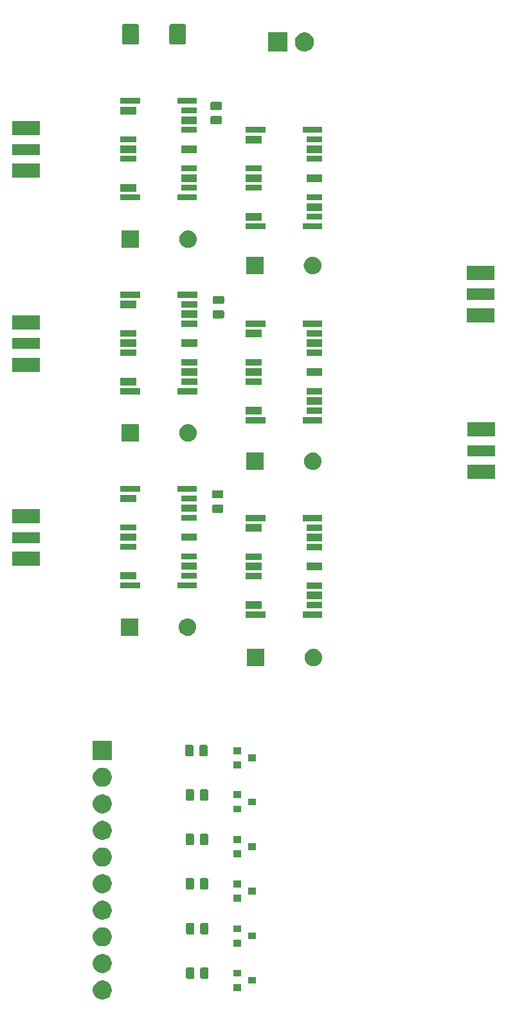
<source format=gbr>
G04 #@! TF.GenerationSoftware,KiCad,Pcbnew,(5.1.4)-1*
G04 #@! TF.CreationDate,2020-06-15T02:55:39-04:00*
G04 #@! TF.ProjectId,eth_sw_matrix_7,6574685f-7377-45f6-9d61-747269785f37,rev?*
G04 #@! TF.SameCoordinates,Original*
G04 #@! TF.FileFunction,Soldermask,Top*
G04 #@! TF.FilePolarity,Negative*
%FSLAX46Y46*%
G04 Gerber Fmt 4.6, Leading zero omitted, Abs format (unit mm)*
G04 Created by KiCad (PCBNEW (5.1.4)-1) date 2020-06-15 02:55:39*
%MOMM*%
%LPD*%
G04 APERTURE LIST*
%ADD10C,0.025400*%
G04 APERTURE END LIST*
D10*
G36*
X120688100Y-92735400D02*
G01*
X120688100Y-94513400D01*
X124244100Y-94513400D01*
X124244100Y-92735400D01*
X120688100Y-92735400D01*
G37*
X120688100Y-92735400D02*
X120688100Y-94513400D01*
X124244100Y-94513400D01*
X124244100Y-92735400D01*
X120688100Y-92735400D01*
G36*
X120688100Y-98323400D02*
G01*
X120688100Y-100101400D01*
X124244100Y-100101400D01*
X124244100Y-98323400D01*
X120688100Y-98323400D01*
G37*
X120688100Y-98323400D02*
X120688100Y-100101400D01*
X124244100Y-100101400D01*
X124244100Y-98323400D01*
X120688100Y-98323400D01*
G36*
X120688100Y-95719900D02*
G01*
X120688100Y-97116900D01*
X124244100Y-97116900D01*
X124244100Y-95719900D01*
X120688100Y-95719900D01*
G37*
X120688100Y-95719900D02*
X120688100Y-97116900D01*
X124244100Y-97116900D01*
X124244100Y-95719900D01*
X120688100Y-95719900D01*
G36*
X120662700Y-121221500D02*
G01*
X120662700Y-122618500D01*
X124218700Y-122618500D01*
X124218700Y-121221500D01*
X120662700Y-121221500D01*
G37*
X120662700Y-121221500D02*
X120662700Y-122618500D01*
X124218700Y-122618500D01*
X124218700Y-121221500D01*
X120662700Y-121221500D01*
G36*
X120662700Y-123825000D02*
G01*
X120662700Y-125603000D01*
X124218700Y-125603000D01*
X124218700Y-123825000D01*
X120662700Y-123825000D01*
G37*
X120662700Y-123825000D02*
X120662700Y-125603000D01*
X124218700Y-125603000D01*
X124218700Y-123825000D01*
X120662700Y-123825000D01*
G36*
X120662700Y-118237000D02*
G01*
X120662700Y-120015000D01*
X124218700Y-120015000D01*
X124218700Y-118237000D01*
X120662700Y-118237000D01*
G37*
X120662700Y-118237000D02*
X120662700Y-120015000D01*
X124218700Y-120015000D01*
X124218700Y-118237000D01*
X120662700Y-118237000D01*
G36*
X120662700Y-143789400D02*
G01*
X120662700Y-145567400D01*
X124218700Y-145567400D01*
X124218700Y-143789400D01*
X120662700Y-143789400D01*
G37*
X120662700Y-143789400D02*
X120662700Y-145567400D01*
X124218700Y-145567400D01*
X124218700Y-143789400D01*
X120662700Y-143789400D01*
G36*
X120662700Y-149377400D02*
G01*
X120662700Y-151155400D01*
X124218700Y-151155400D01*
X124218700Y-149377400D01*
X120662700Y-149377400D01*
G37*
X120662700Y-149377400D02*
X120662700Y-151155400D01*
X124218700Y-151155400D01*
X124218700Y-149377400D01*
X120662700Y-149377400D01*
G36*
X120662700Y-146773900D02*
G01*
X120662700Y-148170900D01*
X124218700Y-148170900D01*
X124218700Y-146773900D01*
X120662700Y-146773900D01*
G37*
X120662700Y-146773900D02*
X120662700Y-148170900D01*
X124218700Y-148170900D01*
X124218700Y-146773900D01*
X120662700Y-146773900D01*
G36*
X184137300Y-139725400D02*
G01*
X184137300Y-137947400D01*
X180581300Y-137947400D01*
X180581300Y-139725400D01*
X184137300Y-139725400D01*
G37*
X184137300Y-139725400D02*
X184137300Y-137947400D01*
X180581300Y-137947400D01*
X180581300Y-139725400D01*
X184137300Y-139725400D01*
G36*
X184137300Y-134137400D02*
G01*
X184137300Y-132359400D01*
X180581300Y-132359400D01*
X180581300Y-134137400D01*
X184137300Y-134137400D01*
G37*
X184137300Y-134137400D02*
X184137300Y-132359400D01*
X180581300Y-132359400D01*
X180581300Y-134137400D01*
X184137300Y-134137400D01*
G36*
X184137300Y-136740900D02*
G01*
X184137300Y-135343900D01*
X180581300Y-135343900D01*
X180581300Y-136740900D01*
X184137300Y-136740900D01*
G37*
X184137300Y-136740900D02*
X184137300Y-135343900D01*
X180581300Y-135343900D01*
X180581300Y-136740900D01*
X184137300Y-136740900D01*
G36*
X184086500Y-116116100D02*
G01*
X184086500Y-114719100D01*
X180530500Y-114719100D01*
X180530500Y-116116100D01*
X184086500Y-116116100D01*
G37*
X184086500Y-116116100D02*
X184086500Y-114719100D01*
X180530500Y-114719100D01*
X180530500Y-116116100D01*
X184086500Y-116116100D01*
G36*
X184086500Y-113512600D02*
G01*
X184086500Y-111734600D01*
X180530500Y-111734600D01*
X180530500Y-113512600D01*
X184086500Y-113512600D01*
G37*
X184086500Y-113512600D02*
X184086500Y-111734600D01*
X180530500Y-111734600D01*
X180530500Y-113512600D01*
X184086500Y-113512600D01*
G36*
X184086500Y-119100600D02*
G01*
X184086500Y-117322600D01*
X180530500Y-117322600D01*
X180530500Y-119100600D01*
X184086500Y-119100600D01*
G37*
X184086500Y-119100600D02*
X184086500Y-117322600D01*
X180530500Y-117322600D01*
X180530500Y-119100600D01*
X184086500Y-119100600D01*
G36*
X132902103Y-205811075D02*
G01*
X133129771Y-205905378D01*
X133334666Y-206042285D01*
X133508915Y-206216534D01*
X133645822Y-206421429D01*
X133740125Y-206649097D01*
X133788200Y-206890787D01*
X133788200Y-207137213D01*
X133740125Y-207378903D01*
X133645822Y-207606571D01*
X133508915Y-207811466D01*
X133334666Y-207985715D01*
X133129771Y-208122622D01*
X133129770Y-208122623D01*
X133129769Y-208122623D01*
X132902103Y-208216925D01*
X132660414Y-208265000D01*
X132413986Y-208265000D01*
X132172297Y-208216925D01*
X131944631Y-208122623D01*
X131944630Y-208122623D01*
X131944629Y-208122622D01*
X131739734Y-207985715D01*
X131565485Y-207811466D01*
X131428578Y-207606571D01*
X131334275Y-207378903D01*
X131286200Y-207137213D01*
X131286200Y-206890787D01*
X131334275Y-206649097D01*
X131428578Y-206421429D01*
X131565485Y-206216534D01*
X131739734Y-206042285D01*
X131944629Y-205905378D01*
X132172297Y-205811075D01*
X132413986Y-205763000D01*
X132660414Y-205763000D01*
X132902103Y-205811075D01*
X132902103Y-205811075D01*
G37*
G36*
X150783400Y-207141000D02*
G01*
X149781400Y-207141000D01*
X149781400Y-206239000D01*
X150783400Y-206239000D01*
X150783400Y-207141000D01*
X150783400Y-207141000D01*
G37*
G36*
X152783400Y-206191000D02*
G01*
X151781400Y-206191000D01*
X151781400Y-205289000D01*
X152783400Y-205289000D01*
X152783400Y-206191000D01*
X152783400Y-206191000D01*
G37*
G36*
X144468468Y-204028365D02*
G01*
X144507138Y-204040096D01*
X144542777Y-204059146D01*
X144574017Y-204084783D01*
X144599654Y-204116023D01*
X144618704Y-204151662D01*
X144630435Y-204190332D01*
X144635000Y-204236688D01*
X144635000Y-205312912D01*
X144630435Y-205359268D01*
X144618704Y-205397938D01*
X144599654Y-205433577D01*
X144574017Y-205464817D01*
X144542777Y-205490454D01*
X144507138Y-205509504D01*
X144468468Y-205521235D01*
X144422112Y-205525800D01*
X143770888Y-205525800D01*
X143724532Y-205521235D01*
X143685862Y-205509504D01*
X143650223Y-205490454D01*
X143618983Y-205464817D01*
X143593346Y-205433577D01*
X143574296Y-205397938D01*
X143562565Y-205359268D01*
X143558000Y-205312912D01*
X143558000Y-204236688D01*
X143562565Y-204190332D01*
X143574296Y-204151662D01*
X143593346Y-204116023D01*
X143618983Y-204084783D01*
X143650223Y-204059146D01*
X143685862Y-204040096D01*
X143724532Y-204028365D01*
X143770888Y-204023800D01*
X144422112Y-204023800D01*
X144468468Y-204028365D01*
X144468468Y-204028365D01*
G37*
G36*
X146343468Y-204028365D02*
G01*
X146382138Y-204040096D01*
X146417777Y-204059146D01*
X146449017Y-204084783D01*
X146474654Y-204116023D01*
X146493704Y-204151662D01*
X146505435Y-204190332D01*
X146510000Y-204236688D01*
X146510000Y-205312912D01*
X146505435Y-205359268D01*
X146493704Y-205397938D01*
X146474654Y-205433577D01*
X146449017Y-205464817D01*
X146417777Y-205490454D01*
X146382138Y-205509504D01*
X146343468Y-205521235D01*
X146297112Y-205525800D01*
X145645888Y-205525800D01*
X145599532Y-205521235D01*
X145560862Y-205509504D01*
X145525223Y-205490454D01*
X145493983Y-205464817D01*
X145468346Y-205433577D01*
X145449296Y-205397938D01*
X145437565Y-205359268D01*
X145433000Y-205312912D01*
X145433000Y-204236688D01*
X145437565Y-204190332D01*
X145449296Y-204151662D01*
X145468346Y-204116023D01*
X145493983Y-204084783D01*
X145525223Y-204059146D01*
X145560862Y-204040096D01*
X145599532Y-204028365D01*
X145645888Y-204023800D01*
X146297112Y-204023800D01*
X146343468Y-204028365D01*
X146343468Y-204028365D01*
G37*
G36*
X150783400Y-205241000D02*
G01*
X149781400Y-205241000D01*
X149781400Y-204339000D01*
X150783400Y-204339000D01*
X150783400Y-205241000D01*
X150783400Y-205241000D01*
G37*
G36*
X132902103Y-202311075D02*
G01*
X133129771Y-202405378D01*
X133334666Y-202542285D01*
X133508915Y-202716534D01*
X133645822Y-202921429D01*
X133740125Y-203149097D01*
X133788200Y-203390787D01*
X133788200Y-203637213D01*
X133740125Y-203878903D01*
X133645822Y-204106571D01*
X133508915Y-204311466D01*
X133334666Y-204485715D01*
X133129771Y-204622622D01*
X133129770Y-204622623D01*
X133129769Y-204622623D01*
X132902103Y-204716925D01*
X132660414Y-204765000D01*
X132413986Y-204765000D01*
X132172297Y-204716925D01*
X131944631Y-204622623D01*
X131944630Y-204622623D01*
X131944629Y-204622622D01*
X131739734Y-204485715D01*
X131565485Y-204311466D01*
X131428578Y-204106571D01*
X131334275Y-203878903D01*
X131286200Y-203637213D01*
X131286200Y-203390787D01*
X131334275Y-203149097D01*
X131428578Y-202921429D01*
X131565485Y-202716534D01*
X131739734Y-202542285D01*
X131944629Y-202405378D01*
X132172297Y-202311075D01*
X132413986Y-202263000D01*
X132660414Y-202263000D01*
X132902103Y-202311075D01*
X132902103Y-202311075D01*
G37*
G36*
X150783400Y-201299000D02*
G01*
X149781400Y-201299000D01*
X149781400Y-200397000D01*
X150783400Y-200397000D01*
X150783400Y-201299000D01*
X150783400Y-201299000D01*
G37*
G36*
X132902103Y-198811075D02*
G01*
X133129771Y-198905378D01*
X133334666Y-199042285D01*
X133508915Y-199216534D01*
X133645822Y-199421429D01*
X133645823Y-199421431D01*
X133735704Y-199638423D01*
X133740125Y-199649097D01*
X133788200Y-199890787D01*
X133788200Y-200137213D01*
X133740125Y-200378903D01*
X133645822Y-200606571D01*
X133508915Y-200811466D01*
X133334666Y-200985715D01*
X133129771Y-201122622D01*
X133129770Y-201122623D01*
X133129769Y-201122623D01*
X132902103Y-201216925D01*
X132660414Y-201265000D01*
X132413986Y-201265000D01*
X132172297Y-201216925D01*
X131944631Y-201122623D01*
X131944630Y-201122623D01*
X131944629Y-201122622D01*
X131739734Y-200985715D01*
X131565485Y-200811466D01*
X131428578Y-200606571D01*
X131334275Y-200378903D01*
X131286200Y-200137213D01*
X131286200Y-199890787D01*
X131334275Y-199649097D01*
X131338696Y-199638423D01*
X131428577Y-199421431D01*
X131428578Y-199421429D01*
X131565485Y-199216534D01*
X131739734Y-199042285D01*
X131944629Y-198905378D01*
X132172297Y-198811075D01*
X132413986Y-198763000D01*
X132660414Y-198763000D01*
X132902103Y-198811075D01*
X132902103Y-198811075D01*
G37*
G36*
X152783400Y-200349000D02*
G01*
X151781400Y-200349000D01*
X151781400Y-199447000D01*
X152783400Y-199447000D01*
X152783400Y-200349000D01*
X152783400Y-200349000D01*
G37*
G36*
X144468468Y-198186365D02*
G01*
X144507138Y-198198096D01*
X144542777Y-198217146D01*
X144574017Y-198242783D01*
X144599654Y-198274023D01*
X144618704Y-198309662D01*
X144630435Y-198348332D01*
X144635000Y-198394688D01*
X144635000Y-199470912D01*
X144630435Y-199517268D01*
X144618704Y-199555938D01*
X144599654Y-199591577D01*
X144574017Y-199622817D01*
X144542777Y-199648454D01*
X144507138Y-199667504D01*
X144468468Y-199679235D01*
X144422112Y-199683800D01*
X143770888Y-199683800D01*
X143724532Y-199679235D01*
X143685862Y-199667504D01*
X143650223Y-199648454D01*
X143618983Y-199622817D01*
X143593346Y-199591577D01*
X143574296Y-199555938D01*
X143562565Y-199517268D01*
X143558000Y-199470912D01*
X143558000Y-198394688D01*
X143562565Y-198348332D01*
X143574296Y-198309662D01*
X143593346Y-198274023D01*
X143618983Y-198242783D01*
X143650223Y-198217146D01*
X143685862Y-198198096D01*
X143724532Y-198186365D01*
X143770888Y-198181800D01*
X144422112Y-198181800D01*
X144468468Y-198186365D01*
X144468468Y-198186365D01*
G37*
G36*
X146343468Y-198186365D02*
G01*
X146382138Y-198198096D01*
X146417777Y-198217146D01*
X146449017Y-198242783D01*
X146474654Y-198274023D01*
X146493704Y-198309662D01*
X146505435Y-198348332D01*
X146510000Y-198394688D01*
X146510000Y-199470912D01*
X146505435Y-199517268D01*
X146493704Y-199555938D01*
X146474654Y-199591577D01*
X146449017Y-199622817D01*
X146417777Y-199648454D01*
X146382138Y-199667504D01*
X146343468Y-199679235D01*
X146297112Y-199683800D01*
X145645888Y-199683800D01*
X145599532Y-199679235D01*
X145560862Y-199667504D01*
X145525223Y-199648454D01*
X145493983Y-199622817D01*
X145468346Y-199591577D01*
X145449296Y-199555938D01*
X145437565Y-199517268D01*
X145433000Y-199470912D01*
X145433000Y-198394688D01*
X145437565Y-198348332D01*
X145449296Y-198309662D01*
X145468346Y-198274023D01*
X145493983Y-198242783D01*
X145525223Y-198217146D01*
X145560862Y-198198096D01*
X145599532Y-198186365D01*
X145645888Y-198181800D01*
X146297112Y-198181800D01*
X146343468Y-198186365D01*
X146343468Y-198186365D01*
G37*
G36*
X150783400Y-199399000D02*
G01*
X149781400Y-199399000D01*
X149781400Y-198497000D01*
X150783400Y-198497000D01*
X150783400Y-199399000D01*
X150783400Y-199399000D01*
G37*
G36*
X132902103Y-195311075D02*
G01*
X133129771Y-195405378D01*
X133334666Y-195542285D01*
X133508915Y-195716534D01*
X133645822Y-195921429D01*
X133740125Y-196149097D01*
X133788200Y-196390787D01*
X133788200Y-196637213D01*
X133740125Y-196878903D01*
X133645822Y-197106571D01*
X133508915Y-197311466D01*
X133334666Y-197485715D01*
X133129771Y-197622622D01*
X133129770Y-197622623D01*
X133129769Y-197622623D01*
X132902103Y-197716925D01*
X132660414Y-197765000D01*
X132413986Y-197765000D01*
X132172297Y-197716925D01*
X131944631Y-197622623D01*
X131944630Y-197622623D01*
X131944629Y-197622622D01*
X131739734Y-197485715D01*
X131565485Y-197311466D01*
X131428578Y-197106571D01*
X131334275Y-196878903D01*
X131286200Y-196637213D01*
X131286200Y-196390787D01*
X131334275Y-196149097D01*
X131428578Y-195921429D01*
X131565485Y-195716534D01*
X131739734Y-195542285D01*
X131944629Y-195405378D01*
X132172297Y-195311075D01*
X132413986Y-195263000D01*
X132660414Y-195263000D01*
X132902103Y-195311075D01*
X132902103Y-195311075D01*
G37*
G36*
X150783400Y-195406200D02*
G01*
X149781400Y-195406200D01*
X149781400Y-194504200D01*
X150783400Y-194504200D01*
X150783400Y-195406200D01*
X150783400Y-195406200D01*
G37*
G36*
X152783400Y-194456200D02*
G01*
X151781400Y-194456200D01*
X151781400Y-193554200D01*
X152783400Y-193554200D01*
X152783400Y-194456200D01*
X152783400Y-194456200D01*
G37*
G36*
X132902103Y-191811075D02*
G01*
X133129771Y-191905378D01*
X133334666Y-192042285D01*
X133508915Y-192216534D01*
X133645822Y-192421429D01*
X133740125Y-192649097D01*
X133788200Y-192890787D01*
X133788200Y-193137213D01*
X133740125Y-193378903D01*
X133645822Y-193606571D01*
X133508915Y-193811466D01*
X133334666Y-193985715D01*
X133129771Y-194122622D01*
X133129770Y-194122623D01*
X133129769Y-194122623D01*
X132902103Y-194216925D01*
X132660414Y-194265000D01*
X132413986Y-194265000D01*
X132172297Y-194216925D01*
X131944631Y-194122623D01*
X131944630Y-194122623D01*
X131944629Y-194122622D01*
X131739734Y-193985715D01*
X131565485Y-193811466D01*
X131428578Y-193606571D01*
X131334275Y-193378903D01*
X131286200Y-193137213D01*
X131286200Y-192890787D01*
X131334275Y-192649097D01*
X131428578Y-192421429D01*
X131565485Y-192216534D01*
X131739734Y-192042285D01*
X131944629Y-191905378D01*
X132172297Y-191811075D01*
X132413986Y-191763000D01*
X132660414Y-191763000D01*
X132902103Y-191811075D01*
X132902103Y-191811075D01*
G37*
G36*
X146307668Y-192293565D02*
G01*
X146346338Y-192305296D01*
X146381977Y-192324346D01*
X146413217Y-192349983D01*
X146438854Y-192381223D01*
X146457904Y-192416862D01*
X146469635Y-192455532D01*
X146474200Y-192501888D01*
X146474200Y-193578112D01*
X146469635Y-193624468D01*
X146457904Y-193663138D01*
X146438854Y-193698777D01*
X146413217Y-193730017D01*
X146381977Y-193755654D01*
X146346338Y-193774704D01*
X146307668Y-193786435D01*
X146261312Y-193791000D01*
X145610088Y-193791000D01*
X145563732Y-193786435D01*
X145525062Y-193774704D01*
X145489423Y-193755654D01*
X145458183Y-193730017D01*
X145432546Y-193698777D01*
X145413496Y-193663138D01*
X145401765Y-193624468D01*
X145397200Y-193578112D01*
X145397200Y-192501888D01*
X145401765Y-192455532D01*
X145413496Y-192416862D01*
X145432546Y-192381223D01*
X145458183Y-192349983D01*
X145489423Y-192324346D01*
X145525062Y-192305296D01*
X145563732Y-192293565D01*
X145610088Y-192289000D01*
X146261312Y-192289000D01*
X146307668Y-192293565D01*
X146307668Y-192293565D01*
G37*
G36*
X144432668Y-192293565D02*
G01*
X144471338Y-192305296D01*
X144506977Y-192324346D01*
X144538217Y-192349983D01*
X144563854Y-192381223D01*
X144582904Y-192416862D01*
X144594635Y-192455532D01*
X144599200Y-192501888D01*
X144599200Y-193578112D01*
X144594635Y-193624468D01*
X144582904Y-193663138D01*
X144563854Y-193698777D01*
X144538217Y-193730017D01*
X144506977Y-193755654D01*
X144471338Y-193774704D01*
X144432668Y-193786435D01*
X144386312Y-193791000D01*
X143735088Y-193791000D01*
X143688732Y-193786435D01*
X143650062Y-193774704D01*
X143614423Y-193755654D01*
X143583183Y-193730017D01*
X143557546Y-193698777D01*
X143538496Y-193663138D01*
X143526765Y-193624468D01*
X143522200Y-193578112D01*
X143522200Y-192501888D01*
X143526765Y-192455532D01*
X143538496Y-192416862D01*
X143557546Y-192381223D01*
X143583183Y-192349983D01*
X143614423Y-192324346D01*
X143650062Y-192305296D01*
X143688732Y-192293565D01*
X143735088Y-192289000D01*
X144386312Y-192289000D01*
X144432668Y-192293565D01*
X144432668Y-192293565D01*
G37*
G36*
X150783400Y-193506200D02*
G01*
X149781400Y-193506200D01*
X149781400Y-192604200D01*
X150783400Y-192604200D01*
X150783400Y-193506200D01*
X150783400Y-193506200D01*
G37*
G36*
X132902103Y-188311075D02*
G01*
X133129771Y-188405378D01*
X133334666Y-188542285D01*
X133508915Y-188716534D01*
X133645822Y-188921429D01*
X133740125Y-189149097D01*
X133788200Y-189390787D01*
X133788200Y-189637213D01*
X133740125Y-189878903D01*
X133645822Y-190106571D01*
X133508915Y-190311466D01*
X133334666Y-190485715D01*
X133129771Y-190622622D01*
X133129770Y-190622623D01*
X133129769Y-190622623D01*
X132902103Y-190716925D01*
X132660414Y-190765000D01*
X132413986Y-190765000D01*
X132172297Y-190716925D01*
X131944631Y-190622623D01*
X131944630Y-190622623D01*
X131944629Y-190622622D01*
X131739734Y-190485715D01*
X131565485Y-190311466D01*
X131428578Y-190106571D01*
X131334275Y-189878903D01*
X131286200Y-189637213D01*
X131286200Y-189390787D01*
X131334275Y-189149097D01*
X131428578Y-188921429D01*
X131565485Y-188716534D01*
X131739734Y-188542285D01*
X131944629Y-188405378D01*
X132172297Y-188311075D01*
X132413986Y-188263000D01*
X132660414Y-188263000D01*
X132902103Y-188311075D01*
X132902103Y-188311075D01*
G37*
G36*
X150783400Y-189564200D02*
G01*
X149781400Y-189564200D01*
X149781400Y-188662200D01*
X150783400Y-188662200D01*
X150783400Y-189564200D01*
X150783400Y-189564200D01*
G37*
G36*
X152783400Y-188614200D02*
G01*
X151781400Y-188614200D01*
X151781400Y-187712200D01*
X152783400Y-187712200D01*
X152783400Y-188614200D01*
X152783400Y-188614200D01*
G37*
G36*
X144432668Y-186451565D02*
G01*
X144471338Y-186463296D01*
X144506977Y-186482346D01*
X144538217Y-186507983D01*
X144563854Y-186539223D01*
X144582904Y-186574862D01*
X144594635Y-186613532D01*
X144599200Y-186659888D01*
X144599200Y-187736112D01*
X144594635Y-187782468D01*
X144582904Y-187821138D01*
X144563854Y-187856777D01*
X144538217Y-187888017D01*
X144506977Y-187913654D01*
X144471338Y-187932704D01*
X144432668Y-187944435D01*
X144386312Y-187949000D01*
X143735088Y-187949000D01*
X143688732Y-187944435D01*
X143650062Y-187932704D01*
X143614423Y-187913654D01*
X143583183Y-187888017D01*
X143557546Y-187856777D01*
X143538496Y-187821138D01*
X143526765Y-187782468D01*
X143522200Y-187736112D01*
X143522200Y-186659888D01*
X143526765Y-186613532D01*
X143538496Y-186574862D01*
X143557546Y-186539223D01*
X143583183Y-186507983D01*
X143614423Y-186482346D01*
X143650062Y-186463296D01*
X143688732Y-186451565D01*
X143735088Y-186447000D01*
X144386312Y-186447000D01*
X144432668Y-186451565D01*
X144432668Y-186451565D01*
G37*
G36*
X146307668Y-186451565D02*
G01*
X146346338Y-186463296D01*
X146381977Y-186482346D01*
X146413217Y-186507983D01*
X146438854Y-186539223D01*
X146457904Y-186574862D01*
X146469635Y-186613532D01*
X146474200Y-186659888D01*
X146474200Y-187736112D01*
X146469635Y-187782468D01*
X146457904Y-187821138D01*
X146438854Y-187856777D01*
X146413217Y-187888017D01*
X146381977Y-187913654D01*
X146346338Y-187932704D01*
X146307668Y-187944435D01*
X146261312Y-187949000D01*
X145610088Y-187949000D01*
X145563732Y-187944435D01*
X145525062Y-187932704D01*
X145489423Y-187913654D01*
X145458183Y-187888017D01*
X145432546Y-187856777D01*
X145413496Y-187821138D01*
X145401765Y-187782468D01*
X145397200Y-187736112D01*
X145397200Y-186659888D01*
X145401765Y-186613532D01*
X145413496Y-186574862D01*
X145432546Y-186539223D01*
X145458183Y-186507983D01*
X145489423Y-186482346D01*
X145525062Y-186463296D01*
X145563732Y-186451565D01*
X145610088Y-186447000D01*
X146261312Y-186447000D01*
X146307668Y-186451565D01*
X146307668Y-186451565D01*
G37*
G36*
X150783400Y-187664200D02*
G01*
X149781400Y-187664200D01*
X149781400Y-186762200D01*
X150783400Y-186762200D01*
X150783400Y-187664200D01*
X150783400Y-187664200D01*
G37*
G36*
X132902103Y-184811075D02*
G01*
X133129771Y-184905378D01*
X133334666Y-185042285D01*
X133508915Y-185216534D01*
X133508916Y-185216536D01*
X133645823Y-185421431D01*
X133740125Y-185649097D01*
X133788200Y-185890786D01*
X133788200Y-186137214D01*
X133740125Y-186378903D01*
X133662353Y-186566663D01*
X133645822Y-186606571D01*
X133508915Y-186811466D01*
X133334666Y-186985715D01*
X133129771Y-187122622D01*
X133129770Y-187122623D01*
X133129769Y-187122623D01*
X132902103Y-187216925D01*
X132660414Y-187265000D01*
X132413986Y-187265000D01*
X132172297Y-187216925D01*
X131944631Y-187122623D01*
X131944630Y-187122623D01*
X131944629Y-187122622D01*
X131739734Y-186985715D01*
X131565485Y-186811466D01*
X131428578Y-186606571D01*
X131412048Y-186566663D01*
X131334275Y-186378903D01*
X131286200Y-186137214D01*
X131286200Y-185890786D01*
X131334275Y-185649097D01*
X131428577Y-185421431D01*
X131565484Y-185216536D01*
X131565485Y-185216534D01*
X131739734Y-185042285D01*
X131944629Y-184905378D01*
X132172297Y-184811075D01*
X132413986Y-184763000D01*
X132660414Y-184763000D01*
X132902103Y-184811075D01*
X132902103Y-184811075D01*
G37*
G36*
X132902103Y-181311075D02*
G01*
X133129771Y-181405378D01*
X133334666Y-181542285D01*
X133508915Y-181716534D01*
X133508916Y-181716536D01*
X133645823Y-181921431D01*
X133740125Y-182149097D01*
X133788200Y-182390786D01*
X133788200Y-182637214D01*
X133740125Y-182878903D01*
X133645822Y-183106571D01*
X133508915Y-183311466D01*
X133334666Y-183485715D01*
X133129771Y-183622622D01*
X133129770Y-183622623D01*
X133129769Y-183622623D01*
X132902103Y-183716925D01*
X132660414Y-183765000D01*
X132413986Y-183765000D01*
X132172297Y-183716925D01*
X131944631Y-183622623D01*
X131944630Y-183622623D01*
X131944629Y-183622622D01*
X131739734Y-183485715D01*
X131565485Y-183311466D01*
X131428578Y-183106571D01*
X131334275Y-182878903D01*
X131286200Y-182637214D01*
X131286200Y-182390786D01*
X131334275Y-182149097D01*
X131428577Y-181921431D01*
X131565484Y-181716536D01*
X131565485Y-181716534D01*
X131739734Y-181542285D01*
X131944629Y-181405378D01*
X132172297Y-181311075D01*
X132413986Y-181263000D01*
X132660414Y-181263000D01*
X132902103Y-181311075D01*
X132902103Y-181311075D01*
G37*
G36*
X150783400Y-183671400D02*
G01*
X149781400Y-183671400D01*
X149781400Y-182769400D01*
X150783400Y-182769400D01*
X150783400Y-183671400D01*
X150783400Y-183671400D01*
G37*
G36*
X152783400Y-182721400D02*
G01*
X151781400Y-182721400D01*
X151781400Y-181819400D01*
X152783400Y-181819400D01*
X152783400Y-182721400D01*
X152783400Y-182721400D01*
G37*
G36*
X146307668Y-180609565D02*
G01*
X146346338Y-180621296D01*
X146381977Y-180640346D01*
X146413217Y-180665983D01*
X146438854Y-180697223D01*
X146457904Y-180732862D01*
X146469635Y-180771532D01*
X146474200Y-180817888D01*
X146474200Y-181894112D01*
X146469635Y-181940468D01*
X146457904Y-181979138D01*
X146438854Y-182014777D01*
X146413217Y-182046017D01*
X146381977Y-182071654D01*
X146346338Y-182090704D01*
X146307668Y-182102435D01*
X146261312Y-182107000D01*
X145610088Y-182107000D01*
X145563732Y-182102435D01*
X145525062Y-182090704D01*
X145489423Y-182071654D01*
X145458183Y-182046017D01*
X145432546Y-182014777D01*
X145413496Y-181979138D01*
X145401765Y-181940468D01*
X145397200Y-181894112D01*
X145397200Y-180817888D01*
X145401765Y-180771532D01*
X145413496Y-180732862D01*
X145432546Y-180697223D01*
X145458183Y-180665983D01*
X145489423Y-180640346D01*
X145525062Y-180621296D01*
X145563732Y-180609565D01*
X145610088Y-180605000D01*
X146261312Y-180605000D01*
X146307668Y-180609565D01*
X146307668Y-180609565D01*
G37*
G36*
X144432668Y-180609565D02*
G01*
X144471338Y-180621296D01*
X144506977Y-180640346D01*
X144538217Y-180665983D01*
X144563854Y-180697223D01*
X144582904Y-180732862D01*
X144594635Y-180771532D01*
X144599200Y-180817888D01*
X144599200Y-181894112D01*
X144594635Y-181940468D01*
X144582904Y-181979138D01*
X144563854Y-182014777D01*
X144538217Y-182046017D01*
X144506977Y-182071654D01*
X144471338Y-182090704D01*
X144432668Y-182102435D01*
X144386312Y-182107000D01*
X143735088Y-182107000D01*
X143688732Y-182102435D01*
X143650062Y-182090704D01*
X143614423Y-182071654D01*
X143583183Y-182046017D01*
X143557546Y-182014777D01*
X143538496Y-181979138D01*
X143526765Y-181940468D01*
X143522200Y-181894112D01*
X143522200Y-180817888D01*
X143526765Y-180771532D01*
X143538496Y-180732862D01*
X143557546Y-180697223D01*
X143583183Y-180665983D01*
X143614423Y-180640346D01*
X143650062Y-180621296D01*
X143688732Y-180609565D01*
X143735088Y-180605000D01*
X144386312Y-180605000D01*
X144432668Y-180609565D01*
X144432668Y-180609565D01*
G37*
G36*
X150783400Y-181771400D02*
G01*
X149781400Y-181771400D01*
X149781400Y-180869400D01*
X150783400Y-180869400D01*
X150783400Y-181771400D01*
X150783400Y-181771400D01*
G37*
G36*
X132902103Y-177811075D02*
G01*
X133129771Y-177905378D01*
X133334666Y-178042285D01*
X133508915Y-178216534D01*
X133645822Y-178421429D01*
X133740125Y-178649097D01*
X133788200Y-178890787D01*
X133788200Y-179137213D01*
X133740125Y-179378903D01*
X133645822Y-179606571D01*
X133508915Y-179811466D01*
X133334666Y-179985715D01*
X133129771Y-180122622D01*
X133129770Y-180122623D01*
X133129769Y-180122623D01*
X132902103Y-180216925D01*
X132660414Y-180265000D01*
X132413986Y-180265000D01*
X132172297Y-180216925D01*
X131944631Y-180122623D01*
X131944630Y-180122623D01*
X131944629Y-180122622D01*
X131739734Y-179985715D01*
X131565485Y-179811466D01*
X131428578Y-179606571D01*
X131334275Y-179378903D01*
X131286200Y-179137213D01*
X131286200Y-178890787D01*
X131334275Y-178649097D01*
X131428578Y-178421429D01*
X131565485Y-178216534D01*
X131739734Y-178042285D01*
X131944629Y-177905378D01*
X132172297Y-177811075D01*
X132413986Y-177763000D01*
X132660414Y-177763000D01*
X132902103Y-177811075D01*
X132902103Y-177811075D01*
G37*
G36*
X150783400Y-177880200D02*
G01*
X149781400Y-177880200D01*
X149781400Y-176978200D01*
X150783400Y-176978200D01*
X150783400Y-177880200D01*
X150783400Y-177880200D01*
G37*
G36*
X152783400Y-176930200D02*
G01*
X151781400Y-176930200D01*
X151781400Y-176028200D01*
X152783400Y-176028200D01*
X152783400Y-176930200D01*
X152783400Y-176930200D01*
G37*
G36*
X133788200Y-176765000D02*
G01*
X131286200Y-176765000D01*
X131286200Y-174263000D01*
X133788200Y-174263000D01*
X133788200Y-176765000D01*
X133788200Y-176765000D01*
G37*
G36*
X146229168Y-174767565D02*
G01*
X146267838Y-174779296D01*
X146303477Y-174798346D01*
X146334717Y-174823983D01*
X146360354Y-174855223D01*
X146379404Y-174890862D01*
X146391135Y-174929532D01*
X146395700Y-174975888D01*
X146395700Y-176052112D01*
X146391135Y-176098468D01*
X146379404Y-176137138D01*
X146360354Y-176172777D01*
X146334717Y-176204017D01*
X146303477Y-176229654D01*
X146267838Y-176248704D01*
X146229168Y-176260435D01*
X146182812Y-176265000D01*
X145531588Y-176265000D01*
X145485232Y-176260435D01*
X145446562Y-176248704D01*
X145410923Y-176229654D01*
X145379683Y-176204017D01*
X145354046Y-176172777D01*
X145334996Y-176137138D01*
X145323265Y-176098468D01*
X145318700Y-176052112D01*
X145318700Y-174975888D01*
X145323265Y-174929532D01*
X145334996Y-174890862D01*
X145354046Y-174855223D01*
X145379683Y-174823983D01*
X145410923Y-174798346D01*
X145446562Y-174779296D01*
X145485232Y-174767565D01*
X145531588Y-174763000D01*
X146182812Y-174763000D01*
X146229168Y-174767565D01*
X146229168Y-174767565D01*
G37*
G36*
X144354168Y-174767565D02*
G01*
X144392838Y-174779296D01*
X144428477Y-174798346D01*
X144459717Y-174823983D01*
X144485354Y-174855223D01*
X144504404Y-174890862D01*
X144516135Y-174929532D01*
X144520700Y-174975888D01*
X144520700Y-176052112D01*
X144516135Y-176098468D01*
X144504404Y-176137138D01*
X144485354Y-176172777D01*
X144459717Y-176204017D01*
X144428477Y-176229654D01*
X144392838Y-176248704D01*
X144354168Y-176260435D01*
X144307812Y-176265000D01*
X143656588Y-176265000D01*
X143610232Y-176260435D01*
X143571562Y-176248704D01*
X143535923Y-176229654D01*
X143504683Y-176204017D01*
X143479046Y-176172777D01*
X143459996Y-176137138D01*
X143448265Y-176098468D01*
X143443700Y-176052112D01*
X143443700Y-174975888D01*
X143448265Y-174929532D01*
X143459996Y-174890862D01*
X143479046Y-174855223D01*
X143504683Y-174823983D01*
X143535923Y-174798346D01*
X143571562Y-174779296D01*
X143610232Y-174767565D01*
X143656588Y-174763000D01*
X144307812Y-174763000D01*
X144354168Y-174767565D01*
X144354168Y-174767565D01*
G37*
G36*
X150783400Y-175980200D02*
G01*
X149781400Y-175980200D01*
X149781400Y-175078200D01*
X150783400Y-175078200D01*
X150783400Y-175980200D01*
X150783400Y-175980200D01*
G37*
G36*
X153855800Y-164422200D02*
G01*
X151553800Y-164422200D01*
X151553800Y-162120200D01*
X153855800Y-162120200D01*
X153855800Y-164422200D01*
X153855800Y-164422200D01*
G37*
G36*
X160494071Y-162131303D02*
G01*
X160550435Y-162136854D01*
X160767400Y-162202670D01*
X160767402Y-162202671D01*
X160967355Y-162309547D01*
X161142618Y-162453382D01*
X161286453Y-162628645D01*
X161393329Y-162828598D01*
X161459146Y-163045566D01*
X161481369Y-163271200D01*
X161459146Y-163496834D01*
X161393329Y-163713802D01*
X161286453Y-163913755D01*
X161142618Y-164089018D01*
X160967355Y-164232853D01*
X160767402Y-164339729D01*
X160767400Y-164339730D01*
X160550435Y-164405546D01*
X160494071Y-164411097D01*
X160381345Y-164422200D01*
X160268255Y-164422200D01*
X160155529Y-164411097D01*
X160099165Y-164405546D01*
X159882200Y-164339730D01*
X159882198Y-164339729D01*
X159682245Y-164232853D01*
X159506982Y-164089018D01*
X159363147Y-163913755D01*
X159256271Y-163713802D01*
X159190454Y-163496834D01*
X159168231Y-163271200D01*
X159190454Y-163045566D01*
X159256271Y-162828598D01*
X159363147Y-162628645D01*
X159506982Y-162453382D01*
X159682245Y-162309547D01*
X159882198Y-162202671D01*
X159882200Y-162202670D01*
X160099165Y-162136854D01*
X160155529Y-162131303D01*
X160268255Y-162120200D01*
X160381345Y-162120200D01*
X160494071Y-162131303D01*
X160494071Y-162131303D01*
G37*
G36*
X143933271Y-158118103D02*
G01*
X143989635Y-158123654D01*
X144206600Y-158189470D01*
X144206602Y-158189471D01*
X144406555Y-158296347D01*
X144581818Y-158440182D01*
X144725653Y-158615445D01*
X144832529Y-158815398D01*
X144898346Y-159032366D01*
X144920569Y-159258000D01*
X144898346Y-159483634D01*
X144832529Y-159700602D01*
X144725653Y-159900555D01*
X144581818Y-160075818D01*
X144406555Y-160219653D01*
X144206602Y-160326529D01*
X144206600Y-160326530D01*
X143989635Y-160392346D01*
X143933271Y-160397897D01*
X143820545Y-160409000D01*
X143707455Y-160409000D01*
X143594729Y-160397897D01*
X143538365Y-160392346D01*
X143321400Y-160326530D01*
X143321398Y-160326529D01*
X143121445Y-160219653D01*
X142946182Y-160075818D01*
X142802347Y-159900555D01*
X142695471Y-159700602D01*
X142629654Y-159483634D01*
X142607431Y-159258000D01*
X142629654Y-159032366D01*
X142695471Y-158815398D01*
X142802347Y-158615445D01*
X142946182Y-158440182D01*
X143121445Y-158296347D01*
X143321398Y-158189471D01*
X143321400Y-158189470D01*
X143538365Y-158123654D01*
X143594729Y-158118103D01*
X143707455Y-158107000D01*
X143820545Y-158107000D01*
X143933271Y-158118103D01*
X143933271Y-158118103D01*
G37*
G36*
X137295000Y-160409000D02*
G01*
X134993000Y-160409000D01*
X134993000Y-158107000D01*
X137295000Y-158107000D01*
X137295000Y-160409000D01*
X137295000Y-160409000D01*
G37*
G36*
X161515000Y-158033400D02*
G01*
X158913000Y-158033400D01*
X158913000Y-157231400D01*
X161515000Y-157231400D01*
X161515000Y-158033400D01*
X161515000Y-158033400D01*
G37*
G36*
X154015000Y-158033400D02*
G01*
X151413000Y-158033400D01*
X151413000Y-157231400D01*
X154015000Y-157231400D01*
X154015000Y-158033400D01*
X154015000Y-158033400D01*
G37*
G36*
X153515000Y-156863400D02*
G01*
X151413000Y-156863400D01*
X151413000Y-155861400D01*
X153515000Y-155861400D01*
X153515000Y-156863400D01*
X153515000Y-156863400D01*
G37*
G36*
X161515000Y-156763400D02*
G01*
X159413000Y-156763400D01*
X159413000Y-155961400D01*
X161515000Y-155961400D01*
X161515000Y-156763400D01*
X161515000Y-156763400D01*
G37*
G36*
X161515000Y-155593400D02*
G01*
X159413000Y-155593400D01*
X159413000Y-154591400D01*
X161515000Y-154591400D01*
X161515000Y-155593400D01*
X161515000Y-155593400D01*
G37*
G36*
X161515000Y-154223400D02*
G01*
X159413000Y-154223400D01*
X159413000Y-153421400D01*
X161515000Y-153421400D01*
X161515000Y-154223400D01*
X161515000Y-154223400D01*
G37*
G36*
X145005000Y-154192920D02*
G01*
X142403000Y-154192920D01*
X142403000Y-153390920D01*
X145005000Y-153390920D01*
X145005000Y-154192920D01*
X145005000Y-154192920D01*
G37*
G36*
X137505000Y-154192920D02*
G01*
X134903000Y-154192920D01*
X134903000Y-153390920D01*
X137505000Y-153390920D01*
X137505000Y-154192920D01*
X137505000Y-154192920D01*
G37*
G36*
X137005000Y-153022920D02*
G01*
X134903000Y-153022920D01*
X134903000Y-152020920D01*
X137005000Y-152020920D01*
X137005000Y-153022920D01*
X137005000Y-153022920D01*
G37*
G36*
X153515000Y-152953400D02*
G01*
X151413000Y-152953400D01*
X151413000Y-152151400D01*
X153515000Y-152151400D01*
X153515000Y-152953400D01*
X153515000Y-152953400D01*
G37*
G36*
X145005000Y-152922920D02*
G01*
X142903000Y-152922920D01*
X142903000Y-152120920D01*
X145005000Y-152120920D01*
X145005000Y-152922920D01*
X145005000Y-152922920D01*
G37*
G36*
X161515000Y-151783400D02*
G01*
X159413000Y-151783400D01*
X159413000Y-150781400D01*
X161515000Y-150781400D01*
X161515000Y-151783400D01*
X161515000Y-151783400D01*
G37*
G36*
X153515000Y-151783400D02*
G01*
X151413000Y-151783400D01*
X151413000Y-150781400D01*
X153515000Y-150781400D01*
X153515000Y-151783400D01*
X153515000Y-151783400D01*
G37*
G36*
X145005000Y-151752920D02*
G01*
X142903000Y-151752920D01*
X142903000Y-150750920D01*
X145005000Y-150750920D01*
X145005000Y-151752920D01*
X145005000Y-151752920D01*
G37*
G36*
X122421187Y-149912061D02*
G01*
X122488249Y-149939839D01*
X122488250Y-149939840D01*
X122548605Y-149980167D01*
X122599933Y-150031495D01*
X122626879Y-150071823D01*
X122640261Y-150091851D01*
X122668039Y-150158913D01*
X122682200Y-150230105D01*
X122682200Y-150302695D01*
X122668039Y-150373887D01*
X122640261Y-150440949D01*
X122640260Y-150440950D01*
X122599933Y-150501305D01*
X122548605Y-150552633D01*
X122508277Y-150579579D01*
X122488249Y-150592961D01*
X122421187Y-150620739D01*
X122349995Y-150634900D01*
X122277405Y-150634900D01*
X122206213Y-150620739D01*
X122139151Y-150592961D01*
X122119123Y-150579579D01*
X122078795Y-150552633D01*
X122027467Y-150501305D01*
X121987140Y-150440950D01*
X121987139Y-150440949D01*
X121959361Y-150373887D01*
X121945200Y-150302695D01*
X121945200Y-150230105D01*
X121959361Y-150158913D01*
X121987139Y-150091851D01*
X122000521Y-150071823D01*
X122027467Y-150031495D01*
X122078795Y-149980167D01*
X122139150Y-149939840D01*
X122139151Y-149939839D01*
X122206213Y-149912061D01*
X122277405Y-149897900D01*
X122349995Y-149897900D01*
X122421187Y-149912061D01*
X122421187Y-149912061D01*
G37*
G36*
X153515000Y-150413400D02*
G01*
X151413000Y-150413400D01*
X151413000Y-149611400D01*
X153515000Y-149611400D01*
X153515000Y-150413400D01*
X153515000Y-150413400D01*
G37*
G36*
X145005000Y-150382920D02*
G01*
X142903000Y-150382920D01*
X142903000Y-149580920D01*
X145005000Y-149580920D01*
X145005000Y-150382920D01*
X145005000Y-150382920D01*
G37*
G36*
X161515000Y-149143400D02*
G01*
X159413000Y-149143400D01*
X159413000Y-148341400D01*
X161515000Y-148341400D01*
X161515000Y-149143400D01*
X161515000Y-149143400D01*
G37*
G36*
X137005000Y-149112920D02*
G01*
X134903000Y-149112920D01*
X134903000Y-148310920D01*
X137005000Y-148310920D01*
X137005000Y-149112920D01*
X137005000Y-149112920D01*
G37*
G36*
X161515000Y-147973400D02*
G01*
X159413000Y-147973400D01*
X159413000Y-146971400D01*
X161515000Y-146971400D01*
X161515000Y-147973400D01*
X161515000Y-147973400D01*
G37*
G36*
X145005000Y-147942920D02*
G01*
X142903000Y-147942920D01*
X142903000Y-146940920D01*
X145005000Y-146940920D01*
X145005000Y-147942920D01*
X145005000Y-147942920D01*
G37*
G36*
X137005000Y-147942920D02*
G01*
X134903000Y-147942920D01*
X134903000Y-146940920D01*
X137005000Y-146940920D01*
X137005000Y-147942920D01*
X137005000Y-147942920D01*
G37*
G36*
X122357687Y-147118061D02*
G01*
X122424749Y-147145839D01*
X122424750Y-147145840D01*
X122485105Y-147186167D01*
X122536433Y-147237495D01*
X122563379Y-147277823D01*
X122576761Y-147297851D01*
X122604539Y-147364913D01*
X122618700Y-147436105D01*
X122618700Y-147508695D01*
X122604539Y-147579887D01*
X122576761Y-147646949D01*
X122576760Y-147646950D01*
X122536433Y-147707305D01*
X122485105Y-147758633D01*
X122444777Y-147785579D01*
X122424749Y-147798961D01*
X122357687Y-147826739D01*
X122286495Y-147840900D01*
X122213905Y-147840900D01*
X122142713Y-147826739D01*
X122075651Y-147798961D01*
X122055623Y-147785579D01*
X122015295Y-147758633D01*
X121963967Y-147707305D01*
X121923640Y-147646950D01*
X121923639Y-147646949D01*
X121895861Y-147579887D01*
X121881700Y-147508695D01*
X121881700Y-147436105D01*
X121895861Y-147364913D01*
X121923639Y-147297851D01*
X121937021Y-147277823D01*
X121963967Y-147237495D01*
X122015295Y-147186167D01*
X122075650Y-147145840D01*
X122075651Y-147145839D01*
X122142713Y-147118061D01*
X122213905Y-147103900D01*
X122286495Y-147103900D01*
X122357687Y-147118061D01*
X122357687Y-147118061D01*
G37*
G36*
X153515000Y-146703400D02*
G01*
X151413000Y-146703400D01*
X151413000Y-145701400D01*
X153515000Y-145701400D01*
X153515000Y-146703400D01*
X153515000Y-146703400D01*
G37*
G36*
X161515000Y-146603400D02*
G01*
X159413000Y-146603400D01*
X159413000Y-145801400D01*
X161515000Y-145801400D01*
X161515000Y-146603400D01*
X161515000Y-146603400D01*
G37*
G36*
X137005000Y-146572920D02*
G01*
X134903000Y-146572920D01*
X134903000Y-145770920D01*
X137005000Y-145770920D01*
X137005000Y-146572920D01*
X137005000Y-146572920D01*
G37*
G36*
X154015000Y-145333400D02*
G01*
X151413000Y-145333400D01*
X151413000Y-144531400D01*
X154015000Y-144531400D01*
X154015000Y-145333400D01*
X154015000Y-145333400D01*
G37*
G36*
X161515000Y-145333400D02*
G01*
X158913000Y-145333400D01*
X158913000Y-144531400D01*
X161515000Y-144531400D01*
X161515000Y-145333400D01*
X161515000Y-145333400D01*
G37*
G36*
X145005000Y-145302920D02*
G01*
X142903000Y-145302920D01*
X142903000Y-144500920D01*
X145005000Y-144500920D01*
X145005000Y-145302920D01*
X145005000Y-145302920D01*
G37*
G36*
X122294187Y-144324061D02*
G01*
X122361249Y-144351839D01*
X122361250Y-144351840D01*
X122421605Y-144392167D01*
X122472933Y-144443495D01*
X122499879Y-144483823D01*
X122513261Y-144503851D01*
X122541039Y-144570913D01*
X122555200Y-144642105D01*
X122555200Y-144714695D01*
X122541039Y-144785887D01*
X122513261Y-144852949D01*
X122513260Y-144852950D01*
X122472933Y-144913305D01*
X122421605Y-144964633D01*
X122381277Y-144991579D01*
X122361249Y-145004961D01*
X122294187Y-145032739D01*
X122222995Y-145046900D01*
X122150405Y-145046900D01*
X122079213Y-145032739D01*
X122012151Y-145004961D01*
X121992123Y-144991579D01*
X121951795Y-144964633D01*
X121900467Y-144913305D01*
X121860140Y-144852950D01*
X121860139Y-144852949D01*
X121832361Y-144785887D01*
X121818200Y-144714695D01*
X121818200Y-144642105D01*
X121832361Y-144570913D01*
X121860139Y-144503851D01*
X121873521Y-144483823D01*
X121900467Y-144443495D01*
X121951795Y-144392167D01*
X122012150Y-144351840D01*
X122012151Y-144351839D01*
X122079213Y-144324061D01*
X122150405Y-144309900D01*
X122222995Y-144309900D01*
X122294187Y-144324061D01*
X122294187Y-144324061D01*
G37*
G36*
X148310868Y-143151565D02*
G01*
X148349538Y-143163296D01*
X148385177Y-143182346D01*
X148416417Y-143207983D01*
X148442054Y-143239223D01*
X148461104Y-143274862D01*
X148472835Y-143313532D01*
X148477400Y-143359888D01*
X148477400Y-144011112D01*
X148472835Y-144057468D01*
X148461104Y-144096138D01*
X148442054Y-144131777D01*
X148416417Y-144163017D01*
X148385177Y-144188654D01*
X148349538Y-144207704D01*
X148310868Y-144219435D01*
X148264512Y-144224000D01*
X147188288Y-144224000D01*
X147141932Y-144219435D01*
X147103262Y-144207704D01*
X147067623Y-144188654D01*
X147036383Y-144163017D01*
X147010746Y-144131777D01*
X146991696Y-144096138D01*
X146979965Y-144057468D01*
X146975400Y-144011112D01*
X146975400Y-143359888D01*
X146979965Y-143313532D01*
X146991696Y-143274862D01*
X147010746Y-143239223D01*
X147036383Y-143207983D01*
X147067623Y-143182346D01*
X147103262Y-143163296D01*
X147141932Y-143151565D01*
X147188288Y-143147000D01*
X148264512Y-143147000D01*
X148310868Y-143151565D01*
X148310868Y-143151565D01*
G37*
G36*
X145005000Y-144132920D02*
G01*
X142903000Y-144132920D01*
X142903000Y-143130920D01*
X145005000Y-143130920D01*
X145005000Y-144132920D01*
X145005000Y-144132920D01*
G37*
G36*
X137005000Y-142862920D02*
G01*
X134903000Y-142862920D01*
X134903000Y-141860920D01*
X137005000Y-141860920D01*
X137005000Y-142862920D01*
X137005000Y-142862920D01*
G37*
G36*
X145005000Y-142762920D02*
G01*
X142903000Y-142762920D01*
X142903000Y-141960920D01*
X145005000Y-141960920D01*
X145005000Y-142762920D01*
X145005000Y-142762920D01*
G37*
G36*
X148310868Y-141276565D02*
G01*
X148349538Y-141288296D01*
X148385177Y-141307346D01*
X148416417Y-141332983D01*
X148442054Y-141364223D01*
X148461104Y-141399862D01*
X148472835Y-141438532D01*
X148477400Y-141484888D01*
X148477400Y-142136112D01*
X148472835Y-142182468D01*
X148461104Y-142221138D01*
X148442054Y-142256777D01*
X148416417Y-142288017D01*
X148385177Y-142313654D01*
X148349538Y-142332704D01*
X148310868Y-142344435D01*
X148264512Y-142349000D01*
X147188288Y-142349000D01*
X147141932Y-142344435D01*
X147103262Y-142332704D01*
X147067623Y-142313654D01*
X147036383Y-142288017D01*
X147010746Y-142256777D01*
X146991696Y-142221138D01*
X146979965Y-142182468D01*
X146975400Y-142136112D01*
X146975400Y-141484888D01*
X146979965Y-141438532D01*
X146991696Y-141399862D01*
X147010746Y-141364223D01*
X147036383Y-141332983D01*
X147067623Y-141307346D01*
X147103262Y-141288296D01*
X147141932Y-141276565D01*
X147188288Y-141272000D01*
X148264512Y-141272000D01*
X148310868Y-141276565D01*
X148310868Y-141276565D01*
G37*
G36*
X145005000Y-141492920D02*
G01*
X142403000Y-141492920D01*
X142403000Y-140690920D01*
X145005000Y-140690920D01*
X145005000Y-141492920D01*
X145005000Y-141492920D01*
G37*
G36*
X137505000Y-141492920D02*
G01*
X134903000Y-141492920D01*
X134903000Y-140690920D01*
X137505000Y-140690920D01*
X137505000Y-141492920D01*
X137505000Y-141492920D01*
G37*
G36*
X182720787Y-138482061D02*
G01*
X182787849Y-138509839D01*
X182787850Y-138509840D01*
X182848205Y-138550167D01*
X182899533Y-138601495D01*
X182909091Y-138615800D01*
X182939861Y-138661851D01*
X182967639Y-138728913D01*
X182981800Y-138800105D01*
X182981800Y-138872695D01*
X182967639Y-138943887D01*
X182939861Y-139010949D01*
X182939860Y-139010950D01*
X182899533Y-139071305D01*
X182848205Y-139122633D01*
X182807877Y-139149579D01*
X182787849Y-139162961D01*
X182720787Y-139190739D01*
X182649595Y-139204900D01*
X182577005Y-139204900D01*
X182505813Y-139190739D01*
X182438751Y-139162961D01*
X182418723Y-139149579D01*
X182378395Y-139122633D01*
X182327067Y-139071305D01*
X182286740Y-139010950D01*
X182286739Y-139010949D01*
X182258961Y-138943887D01*
X182244800Y-138872695D01*
X182244800Y-138800105D01*
X182258961Y-138728913D01*
X182286739Y-138661851D01*
X182317509Y-138615800D01*
X182327067Y-138601495D01*
X182378395Y-138550167D01*
X182438750Y-138509840D01*
X182438751Y-138509839D01*
X182505813Y-138482061D01*
X182577005Y-138467900D01*
X182649595Y-138467900D01*
X182720787Y-138482061D01*
X182720787Y-138482061D01*
G37*
G36*
X153805000Y-138615800D02*
G01*
X151503000Y-138615800D01*
X151503000Y-136313800D01*
X153805000Y-136313800D01*
X153805000Y-138615800D01*
X153805000Y-138615800D01*
G37*
G36*
X160443271Y-136324903D02*
G01*
X160499635Y-136330454D01*
X160716600Y-136396270D01*
X160716602Y-136396271D01*
X160916555Y-136503147D01*
X161091818Y-136646982D01*
X161235653Y-136822245D01*
X161342529Y-137022198D01*
X161408346Y-137239166D01*
X161430569Y-137464800D01*
X161408346Y-137690434D01*
X161342529Y-137907402D01*
X161235653Y-138107355D01*
X161091818Y-138282618D01*
X160916555Y-138426453D01*
X160760549Y-138509839D01*
X160716600Y-138533330D01*
X160499635Y-138599146D01*
X160443271Y-138604697D01*
X160330545Y-138615800D01*
X160217455Y-138615800D01*
X160104729Y-138604697D01*
X160048365Y-138599146D01*
X159831400Y-138533330D01*
X159787451Y-138509839D01*
X159631445Y-138426453D01*
X159456182Y-138282618D01*
X159312347Y-138107355D01*
X159205471Y-137907402D01*
X159139654Y-137690434D01*
X159117431Y-137464800D01*
X159139654Y-137239166D01*
X159205471Y-137022198D01*
X159312347Y-136822245D01*
X159456182Y-136646982D01*
X159631445Y-136503147D01*
X159831398Y-136396271D01*
X159831400Y-136396270D01*
X160048365Y-136330454D01*
X160104729Y-136324903D01*
X160217455Y-136313800D01*
X160330545Y-136313800D01*
X160443271Y-136324903D01*
X160443271Y-136324903D01*
G37*
G36*
X182657287Y-135688061D02*
G01*
X182724349Y-135715839D01*
X182724350Y-135715840D01*
X182784705Y-135756167D01*
X182836033Y-135807495D01*
X182862979Y-135847823D01*
X182876361Y-135867851D01*
X182904139Y-135934913D01*
X182918300Y-136006105D01*
X182918300Y-136078695D01*
X182904139Y-136149887D01*
X182876361Y-136216949D01*
X182876360Y-136216950D01*
X182836033Y-136277305D01*
X182784705Y-136328633D01*
X182744377Y-136355579D01*
X182724349Y-136368961D01*
X182657287Y-136396739D01*
X182586095Y-136410900D01*
X182513505Y-136410900D01*
X182442313Y-136396739D01*
X182375251Y-136368961D01*
X182355223Y-136355579D01*
X182314895Y-136328633D01*
X182263567Y-136277305D01*
X182223240Y-136216950D01*
X182223239Y-136216949D01*
X182195461Y-136149887D01*
X182181300Y-136078695D01*
X182181300Y-136006105D01*
X182195461Y-135934913D01*
X182223239Y-135867851D01*
X182236621Y-135847823D01*
X182263567Y-135807495D01*
X182314895Y-135756167D01*
X182375250Y-135715840D01*
X182375251Y-135715839D01*
X182442313Y-135688061D01*
X182513505Y-135673900D01*
X182586095Y-135673900D01*
X182657287Y-135688061D01*
X182657287Y-135688061D01*
G37*
G36*
X137363580Y-134856600D02*
G01*
X135061580Y-134856600D01*
X135061580Y-132554600D01*
X137363580Y-132554600D01*
X137363580Y-134856600D01*
X137363580Y-134856600D01*
G37*
G36*
X144001851Y-132565703D02*
G01*
X144058215Y-132571254D01*
X144275180Y-132637070D01*
X144275182Y-132637071D01*
X144475135Y-132743947D01*
X144650398Y-132887782D01*
X144794233Y-133063045D01*
X144873906Y-133212105D01*
X144901110Y-133263000D01*
X144966926Y-133479965D01*
X144966926Y-133479966D01*
X144989149Y-133705600D01*
X144966926Y-133931234D01*
X144901109Y-134148202D01*
X144794233Y-134348155D01*
X144650398Y-134523418D01*
X144475135Y-134667253D01*
X144275182Y-134774129D01*
X144275180Y-134774130D01*
X144058215Y-134839946D01*
X144001851Y-134845497D01*
X143889125Y-134856600D01*
X143776035Y-134856600D01*
X143663309Y-134845497D01*
X143606945Y-134839946D01*
X143389980Y-134774130D01*
X143389978Y-134774129D01*
X143190025Y-134667253D01*
X143014762Y-134523418D01*
X142870927Y-134348155D01*
X142764051Y-134148202D01*
X142698234Y-133931234D01*
X142676011Y-133705600D01*
X142698234Y-133479966D01*
X142698234Y-133479965D01*
X142764050Y-133263000D01*
X142791254Y-133212105D01*
X142870927Y-133063045D01*
X143014762Y-132887782D01*
X143190025Y-132743947D01*
X143389978Y-132637071D01*
X143389980Y-132637070D01*
X143606945Y-132571254D01*
X143663309Y-132565703D01*
X143776035Y-132554600D01*
X143889125Y-132554600D01*
X144001851Y-132565703D01*
X144001851Y-132565703D01*
G37*
G36*
X182593787Y-132894061D02*
G01*
X182660849Y-132921839D01*
X182660850Y-132921840D01*
X182721205Y-132962167D01*
X182772533Y-133013495D01*
X182799479Y-133053823D01*
X182812861Y-133073851D01*
X182840639Y-133140913D01*
X182854800Y-133212105D01*
X182854800Y-133284695D01*
X182840639Y-133355887D01*
X182812861Y-133422949D01*
X182812860Y-133422950D01*
X182772533Y-133483305D01*
X182721205Y-133534633D01*
X182680877Y-133561579D01*
X182660849Y-133574961D01*
X182593787Y-133602739D01*
X182522595Y-133616900D01*
X182450005Y-133616900D01*
X182378813Y-133602739D01*
X182311751Y-133574961D01*
X182291723Y-133561579D01*
X182251395Y-133534633D01*
X182200067Y-133483305D01*
X182159740Y-133422950D01*
X182159739Y-133422949D01*
X182131961Y-133355887D01*
X182117800Y-133284695D01*
X182117800Y-133212105D01*
X182131961Y-133140913D01*
X182159739Y-133073851D01*
X182173121Y-133053823D01*
X182200067Y-133013495D01*
X182251395Y-132962167D01*
X182311750Y-132921840D01*
X182311751Y-132921839D01*
X182378813Y-132894061D01*
X182450005Y-132879900D01*
X182522595Y-132879900D01*
X182593787Y-132894061D01*
X182593787Y-132894061D01*
G37*
G36*
X154015000Y-132481000D02*
G01*
X151413000Y-132481000D01*
X151413000Y-131679000D01*
X154015000Y-131679000D01*
X154015000Y-132481000D01*
X154015000Y-132481000D01*
G37*
G36*
X161515000Y-132481000D02*
G01*
X158913000Y-132481000D01*
X158913000Y-131679000D01*
X161515000Y-131679000D01*
X161515000Y-132481000D01*
X161515000Y-132481000D01*
G37*
G36*
X153515000Y-131311000D02*
G01*
X151413000Y-131311000D01*
X151413000Y-130309000D01*
X153515000Y-130309000D01*
X153515000Y-131311000D01*
X153515000Y-131311000D01*
G37*
G36*
X161515000Y-131211000D02*
G01*
X159413000Y-131211000D01*
X159413000Y-130409000D01*
X161515000Y-130409000D01*
X161515000Y-131211000D01*
X161515000Y-131211000D01*
G37*
G36*
X161515000Y-130041000D02*
G01*
X159413000Y-130041000D01*
X159413000Y-129039000D01*
X161515000Y-129039000D01*
X161515000Y-130041000D01*
X161515000Y-130041000D01*
G37*
G36*
X161515000Y-128671000D02*
G01*
X159413000Y-128671000D01*
X159413000Y-127869000D01*
X161515000Y-127869000D01*
X161515000Y-128671000D01*
X161515000Y-128671000D01*
G37*
G36*
X145022780Y-128671000D02*
G01*
X142420780Y-128671000D01*
X142420780Y-127869000D01*
X145022780Y-127869000D01*
X145022780Y-128671000D01*
X145022780Y-128671000D01*
G37*
G36*
X137522780Y-128671000D02*
G01*
X134920780Y-128671000D01*
X134920780Y-127869000D01*
X137522780Y-127869000D01*
X137522780Y-128671000D01*
X137522780Y-128671000D01*
G37*
G36*
X137022780Y-127501000D02*
G01*
X134920780Y-127501000D01*
X134920780Y-126499000D01*
X137022780Y-126499000D01*
X137022780Y-127501000D01*
X137022780Y-127501000D01*
G37*
G36*
X153515000Y-127401000D02*
G01*
X151413000Y-127401000D01*
X151413000Y-126599000D01*
X153515000Y-126599000D01*
X153515000Y-127401000D01*
X153515000Y-127401000D01*
G37*
G36*
X145022780Y-127401000D02*
G01*
X142920780Y-127401000D01*
X142920780Y-126599000D01*
X145022780Y-126599000D01*
X145022780Y-127401000D01*
X145022780Y-127401000D01*
G37*
G36*
X153515000Y-126231000D02*
G01*
X151413000Y-126231000D01*
X151413000Y-125229000D01*
X153515000Y-125229000D01*
X153515000Y-126231000D01*
X153515000Y-126231000D01*
G37*
G36*
X145022780Y-126231000D02*
G01*
X142920780Y-126231000D01*
X142920780Y-125229000D01*
X145022780Y-125229000D01*
X145022780Y-126231000D01*
X145022780Y-126231000D01*
G37*
G36*
X161515000Y-126231000D02*
G01*
X159413000Y-126231000D01*
X159413000Y-125229000D01*
X161515000Y-125229000D01*
X161515000Y-126231000D01*
X161515000Y-126231000D01*
G37*
G36*
X122421187Y-124359661D02*
G01*
X122488249Y-124387439D01*
X122488250Y-124387440D01*
X122548605Y-124427767D01*
X122599933Y-124479095D01*
X122626879Y-124519423D01*
X122640261Y-124539451D01*
X122668039Y-124606513D01*
X122682200Y-124677705D01*
X122682200Y-124750295D01*
X122668039Y-124821487D01*
X122640261Y-124888549D01*
X122640260Y-124888550D01*
X122599933Y-124948905D01*
X122548605Y-125000233D01*
X122508277Y-125027179D01*
X122488249Y-125040561D01*
X122421187Y-125068339D01*
X122349995Y-125082500D01*
X122277405Y-125082500D01*
X122206213Y-125068339D01*
X122139151Y-125040561D01*
X122119123Y-125027179D01*
X122078795Y-125000233D01*
X122027467Y-124948905D01*
X121987140Y-124888550D01*
X121987139Y-124888549D01*
X121959361Y-124821487D01*
X121945200Y-124750295D01*
X121945200Y-124677705D01*
X121959361Y-124606513D01*
X121987139Y-124539451D01*
X122000521Y-124519423D01*
X122027467Y-124479095D01*
X122078795Y-124427767D01*
X122139150Y-124387440D01*
X122139151Y-124387439D01*
X122206213Y-124359661D01*
X122277405Y-124345500D01*
X122349995Y-124345500D01*
X122421187Y-124359661D01*
X122421187Y-124359661D01*
G37*
G36*
X153515000Y-124861000D02*
G01*
X151413000Y-124861000D01*
X151413000Y-124059000D01*
X153515000Y-124059000D01*
X153515000Y-124861000D01*
X153515000Y-124861000D01*
G37*
G36*
X145022780Y-124861000D02*
G01*
X142920780Y-124861000D01*
X142920780Y-124059000D01*
X145022780Y-124059000D01*
X145022780Y-124861000D01*
X145022780Y-124861000D01*
G37*
G36*
X137022780Y-123591000D02*
G01*
X134920780Y-123591000D01*
X134920780Y-122789000D01*
X137022780Y-122789000D01*
X137022780Y-123591000D01*
X137022780Y-123591000D01*
G37*
G36*
X161515000Y-123591000D02*
G01*
X159413000Y-123591000D01*
X159413000Y-122789000D01*
X161515000Y-122789000D01*
X161515000Y-123591000D01*
X161515000Y-123591000D01*
G37*
G36*
X137022780Y-122421000D02*
G01*
X134920780Y-122421000D01*
X134920780Y-121419000D01*
X137022780Y-121419000D01*
X137022780Y-122421000D01*
X137022780Y-122421000D01*
G37*
G36*
X145022780Y-122421000D02*
G01*
X142920780Y-122421000D01*
X142920780Y-121419000D01*
X145022780Y-121419000D01*
X145022780Y-122421000D01*
X145022780Y-122421000D01*
G37*
G36*
X161515000Y-122421000D02*
G01*
X159413000Y-122421000D01*
X159413000Y-121419000D01*
X161515000Y-121419000D01*
X161515000Y-122421000D01*
X161515000Y-122421000D01*
G37*
G36*
X122357687Y-121565661D02*
G01*
X122424749Y-121593439D01*
X122424750Y-121593440D01*
X122485105Y-121633767D01*
X122536433Y-121685095D01*
X122563379Y-121725423D01*
X122576761Y-121745451D01*
X122604539Y-121812513D01*
X122618700Y-121883705D01*
X122618700Y-121956295D01*
X122604539Y-122027487D01*
X122576761Y-122094549D01*
X122576760Y-122094550D01*
X122536433Y-122154905D01*
X122485105Y-122206233D01*
X122444777Y-122233179D01*
X122424749Y-122246561D01*
X122357687Y-122274339D01*
X122286495Y-122288500D01*
X122213905Y-122288500D01*
X122142713Y-122274339D01*
X122075651Y-122246561D01*
X122055623Y-122233179D01*
X122015295Y-122206233D01*
X121963967Y-122154905D01*
X121923640Y-122094550D01*
X121923639Y-122094549D01*
X121895861Y-122027487D01*
X121881700Y-121956295D01*
X121881700Y-121883705D01*
X121895861Y-121812513D01*
X121923639Y-121745451D01*
X121937021Y-121725423D01*
X121963967Y-121685095D01*
X122015295Y-121633767D01*
X122075650Y-121593440D01*
X122075651Y-121593439D01*
X122142713Y-121565661D01*
X122213905Y-121551500D01*
X122286495Y-121551500D01*
X122357687Y-121565661D01*
X122357687Y-121565661D01*
G37*
G36*
X153515000Y-121151000D02*
G01*
X151413000Y-121151000D01*
X151413000Y-120149000D01*
X153515000Y-120149000D01*
X153515000Y-121151000D01*
X153515000Y-121151000D01*
G37*
G36*
X161515000Y-121051000D02*
G01*
X159413000Y-121051000D01*
X159413000Y-120249000D01*
X161515000Y-120249000D01*
X161515000Y-121051000D01*
X161515000Y-121051000D01*
G37*
G36*
X137022780Y-121051000D02*
G01*
X134920780Y-121051000D01*
X134920780Y-120249000D01*
X137022780Y-120249000D01*
X137022780Y-121051000D01*
X137022780Y-121051000D01*
G37*
G36*
X161515000Y-119781000D02*
G01*
X158913000Y-119781000D01*
X158913000Y-118979000D01*
X161515000Y-118979000D01*
X161515000Y-119781000D01*
X161515000Y-119781000D01*
G37*
G36*
X145022780Y-119781000D02*
G01*
X142920780Y-119781000D01*
X142920780Y-118979000D01*
X145022780Y-118979000D01*
X145022780Y-119781000D01*
X145022780Y-119781000D01*
G37*
G36*
X154015000Y-119781000D02*
G01*
X151413000Y-119781000D01*
X151413000Y-118979000D01*
X154015000Y-118979000D01*
X154015000Y-119781000D01*
X154015000Y-119781000D01*
G37*
G36*
X122294187Y-118771661D02*
G01*
X122361249Y-118799439D01*
X122361250Y-118799440D01*
X122421605Y-118839767D01*
X122472933Y-118891095D01*
X122499879Y-118931423D01*
X122513261Y-118951451D01*
X122541039Y-119018513D01*
X122555200Y-119089705D01*
X122555200Y-119162295D01*
X122541039Y-119233487D01*
X122513261Y-119300549D01*
X122513260Y-119300550D01*
X122472933Y-119360905D01*
X122421605Y-119412233D01*
X122381277Y-119439179D01*
X122361249Y-119452561D01*
X122294187Y-119480339D01*
X122222995Y-119494500D01*
X122150405Y-119494500D01*
X122079213Y-119480339D01*
X122012151Y-119452561D01*
X121992123Y-119439179D01*
X121951795Y-119412233D01*
X121900467Y-119360905D01*
X121860140Y-119300550D01*
X121860139Y-119300549D01*
X121832361Y-119233487D01*
X121818200Y-119162295D01*
X121818200Y-119089705D01*
X121832361Y-119018513D01*
X121860139Y-118951451D01*
X121873521Y-118931423D01*
X121900467Y-118891095D01*
X121951795Y-118839767D01*
X122012150Y-118799440D01*
X122012151Y-118799439D01*
X122079213Y-118771661D01*
X122150405Y-118757500D01*
X122222995Y-118757500D01*
X122294187Y-118771661D01*
X122294187Y-118771661D01*
G37*
G36*
X148404848Y-117586465D02*
G01*
X148443518Y-117598196D01*
X148479157Y-117617246D01*
X148510397Y-117642883D01*
X148536034Y-117674123D01*
X148555084Y-117709762D01*
X148566815Y-117748432D01*
X148571380Y-117794788D01*
X148571380Y-118446012D01*
X148566815Y-118492368D01*
X148555084Y-118531038D01*
X148536034Y-118566677D01*
X148510397Y-118597917D01*
X148479157Y-118623554D01*
X148443518Y-118642604D01*
X148404848Y-118654335D01*
X148358492Y-118658900D01*
X147282268Y-118658900D01*
X147235912Y-118654335D01*
X147197242Y-118642604D01*
X147161603Y-118623554D01*
X147130363Y-118597917D01*
X147104726Y-118566677D01*
X147085676Y-118531038D01*
X147073945Y-118492368D01*
X147069380Y-118446012D01*
X147069380Y-117794788D01*
X147073945Y-117748432D01*
X147085676Y-117709762D01*
X147104726Y-117674123D01*
X147130363Y-117642883D01*
X147161603Y-117617246D01*
X147197242Y-117598196D01*
X147235912Y-117586465D01*
X147282268Y-117581900D01*
X148358492Y-117581900D01*
X148404848Y-117586465D01*
X148404848Y-117586465D01*
G37*
G36*
X145022780Y-118611000D02*
G01*
X142920780Y-118611000D01*
X142920780Y-117609000D01*
X145022780Y-117609000D01*
X145022780Y-118611000D01*
X145022780Y-118611000D01*
G37*
G36*
X182669987Y-117857261D02*
G01*
X182737049Y-117885039D01*
X182737050Y-117885040D01*
X182797405Y-117925367D01*
X182848733Y-117976695D01*
X182875679Y-118017023D01*
X182889061Y-118037051D01*
X182916839Y-118104113D01*
X182931000Y-118175305D01*
X182931000Y-118247895D01*
X182916839Y-118319087D01*
X182889061Y-118386149D01*
X182875679Y-118406177D01*
X182848733Y-118446505D01*
X182797405Y-118497833D01*
X182757077Y-118524779D01*
X182737049Y-118538161D01*
X182669987Y-118565939D01*
X182598795Y-118580100D01*
X182526205Y-118580100D01*
X182455013Y-118565939D01*
X182387951Y-118538161D01*
X182367923Y-118524779D01*
X182327595Y-118497833D01*
X182276267Y-118446505D01*
X182249321Y-118406177D01*
X182235939Y-118386149D01*
X182208161Y-118319087D01*
X182194000Y-118247895D01*
X182194000Y-118175305D01*
X182208161Y-118104113D01*
X182235939Y-118037051D01*
X182249321Y-118017023D01*
X182276267Y-117976695D01*
X182327595Y-117925367D01*
X182387950Y-117885040D01*
X182387951Y-117885039D01*
X182455013Y-117857261D01*
X182526205Y-117843100D01*
X182598795Y-117843100D01*
X182669987Y-117857261D01*
X182669987Y-117857261D01*
G37*
G36*
X137022780Y-117341000D02*
G01*
X134920780Y-117341000D01*
X134920780Y-116339000D01*
X137022780Y-116339000D01*
X137022780Y-117341000D01*
X137022780Y-117341000D01*
G37*
G36*
X145022780Y-117241000D02*
G01*
X142920780Y-117241000D01*
X142920780Y-116439000D01*
X145022780Y-116439000D01*
X145022780Y-117241000D01*
X145022780Y-117241000D01*
G37*
G36*
X148404848Y-115711465D02*
G01*
X148443518Y-115723196D01*
X148479157Y-115742246D01*
X148510397Y-115767883D01*
X148536034Y-115799123D01*
X148555084Y-115834762D01*
X148566815Y-115873432D01*
X148571380Y-115919788D01*
X148571380Y-116571012D01*
X148566815Y-116617368D01*
X148555084Y-116656038D01*
X148536034Y-116691677D01*
X148510397Y-116722917D01*
X148479157Y-116748554D01*
X148443518Y-116767604D01*
X148404848Y-116779335D01*
X148358492Y-116783900D01*
X147282268Y-116783900D01*
X147235912Y-116779335D01*
X147197242Y-116767604D01*
X147161603Y-116748554D01*
X147130363Y-116722917D01*
X147104726Y-116691677D01*
X147085676Y-116656038D01*
X147073945Y-116617368D01*
X147069380Y-116571012D01*
X147069380Y-115919788D01*
X147073945Y-115873432D01*
X147085676Y-115834762D01*
X147104726Y-115799123D01*
X147130363Y-115767883D01*
X147161603Y-115742246D01*
X147197242Y-115723196D01*
X147235912Y-115711465D01*
X147282268Y-115706900D01*
X148358492Y-115706900D01*
X148404848Y-115711465D01*
X148404848Y-115711465D01*
G37*
G36*
X145022780Y-115971000D02*
G01*
X142420780Y-115971000D01*
X142420780Y-115169000D01*
X145022780Y-115169000D01*
X145022780Y-115971000D01*
X145022780Y-115971000D01*
G37*
G36*
X137522780Y-115971000D02*
G01*
X134920780Y-115971000D01*
X134920780Y-115169000D01*
X137522780Y-115169000D01*
X137522780Y-115971000D01*
X137522780Y-115971000D01*
G37*
G36*
X182606487Y-115063261D02*
G01*
X182673549Y-115091039D01*
X182673550Y-115091040D01*
X182733905Y-115131367D01*
X182785233Y-115182695D01*
X182812179Y-115223023D01*
X182825561Y-115243051D01*
X182853339Y-115310113D01*
X182867500Y-115381305D01*
X182867500Y-115453895D01*
X182853339Y-115525087D01*
X182825561Y-115592149D01*
X182825560Y-115592150D01*
X182785233Y-115652505D01*
X182733905Y-115703833D01*
X182698641Y-115727395D01*
X182673549Y-115744161D01*
X182606487Y-115771939D01*
X182535295Y-115786100D01*
X182462705Y-115786100D01*
X182391513Y-115771939D01*
X182324451Y-115744161D01*
X182299359Y-115727395D01*
X182264095Y-115703833D01*
X182212767Y-115652505D01*
X182172440Y-115592150D01*
X182172439Y-115592149D01*
X182144661Y-115525087D01*
X182130500Y-115453895D01*
X182130500Y-115381305D01*
X182144661Y-115310113D01*
X182172439Y-115243051D01*
X182185821Y-115223023D01*
X182212767Y-115182695D01*
X182264095Y-115131367D01*
X182324450Y-115091040D01*
X182324451Y-115091039D01*
X182391513Y-115063261D01*
X182462705Y-115049100D01*
X182535295Y-115049100D01*
X182606487Y-115063261D01*
X182606487Y-115063261D01*
G37*
G36*
X182542987Y-112269261D02*
G01*
X182610049Y-112297039D01*
X182610050Y-112297040D01*
X182670405Y-112337367D01*
X182721733Y-112388695D01*
X182748679Y-112429023D01*
X182762061Y-112449051D01*
X182789839Y-112516113D01*
X182804000Y-112587305D01*
X182804000Y-112659895D01*
X182789839Y-112731087D01*
X182762061Y-112798149D01*
X182762060Y-112798150D01*
X182721733Y-112858505D01*
X182670405Y-112909833D01*
X182630077Y-112936779D01*
X182610049Y-112950161D01*
X182542987Y-112977939D01*
X182471795Y-112992100D01*
X182399205Y-112992100D01*
X182328013Y-112977939D01*
X182260951Y-112950161D01*
X182240923Y-112936779D01*
X182200595Y-112909833D01*
X182149267Y-112858505D01*
X182108940Y-112798150D01*
X182108939Y-112798149D01*
X182081161Y-112731087D01*
X182067000Y-112659895D01*
X182067000Y-112587305D01*
X182081161Y-112516113D01*
X182108939Y-112449051D01*
X182122321Y-112429023D01*
X182149267Y-112388695D01*
X182200595Y-112337367D01*
X182260950Y-112297040D01*
X182260951Y-112297039D01*
X182328013Y-112269261D01*
X182399205Y-112255100D01*
X182471795Y-112255100D01*
X182542987Y-112269261D01*
X182542987Y-112269261D01*
G37*
G36*
X153754200Y-112860200D02*
G01*
X151452200Y-112860200D01*
X151452200Y-110558200D01*
X153754200Y-110558200D01*
X153754200Y-112860200D01*
X153754200Y-112860200D01*
G37*
G36*
X160392471Y-110569303D02*
G01*
X160448835Y-110574854D01*
X160665800Y-110640670D01*
X160665802Y-110640671D01*
X160865755Y-110747547D01*
X161041018Y-110891382D01*
X161184853Y-111066645D01*
X161291729Y-111266598D01*
X161357546Y-111483566D01*
X161379769Y-111709200D01*
X161357546Y-111934834D01*
X161291729Y-112151802D01*
X161184853Y-112351755D01*
X161041018Y-112527018D01*
X160865755Y-112670853D01*
X160665802Y-112777729D01*
X160665800Y-112777730D01*
X160448835Y-112843546D01*
X160392471Y-112849097D01*
X160279745Y-112860200D01*
X160166655Y-112860200D01*
X160053929Y-112849097D01*
X159997565Y-112843546D01*
X159780600Y-112777730D01*
X159780598Y-112777729D01*
X159580645Y-112670853D01*
X159405382Y-112527018D01*
X159261547Y-112351755D01*
X159154671Y-112151802D01*
X159088854Y-111934834D01*
X159066631Y-111709200D01*
X159088854Y-111483566D01*
X159154671Y-111266598D01*
X159261547Y-111066645D01*
X159405382Y-110891382D01*
X159580645Y-110747547D01*
X159780598Y-110640671D01*
X159780600Y-110640670D01*
X159997565Y-110574854D01*
X160053929Y-110569303D01*
X160166655Y-110558200D01*
X160279745Y-110558200D01*
X160392471Y-110569303D01*
X160392471Y-110569303D01*
G37*
G36*
X143984071Y-107114903D02*
G01*
X144040435Y-107120454D01*
X144257400Y-107186270D01*
X144257402Y-107186271D01*
X144457355Y-107293147D01*
X144632618Y-107436982D01*
X144776453Y-107612245D01*
X144883329Y-107812198D01*
X144949146Y-108029166D01*
X144971369Y-108254800D01*
X144949146Y-108480434D01*
X144883329Y-108697402D01*
X144776453Y-108897355D01*
X144632618Y-109072618D01*
X144457355Y-109216453D01*
X144257402Y-109323329D01*
X144257400Y-109323330D01*
X144040435Y-109389146D01*
X143984071Y-109394697D01*
X143871345Y-109405800D01*
X143758255Y-109405800D01*
X143645529Y-109394697D01*
X143589165Y-109389146D01*
X143372200Y-109323330D01*
X143372198Y-109323329D01*
X143172245Y-109216453D01*
X142996982Y-109072618D01*
X142853147Y-108897355D01*
X142746271Y-108697402D01*
X142680454Y-108480434D01*
X142658231Y-108254800D01*
X142680454Y-108029166D01*
X142746271Y-107812198D01*
X142853147Y-107612245D01*
X142996982Y-107436982D01*
X143172245Y-107293147D01*
X143372198Y-107186271D01*
X143372200Y-107186270D01*
X143589165Y-107120454D01*
X143645529Y-107114903D01*
X143758255Y-107103800D01*
X143871345Y-107103800D01*
X143984071Y-107114903D01*
X143984071Y-107114903D01*
G37*
G36*
X137345800Y-109405800D02*
G01*
X135043800Y-109405800D01*
X135043800Y-107103800D01*
X137345800Y-107103800D01*
X137345800Y-109405800D01*
X137345800Y-109405800D01*
G37*
G36*
X161515000Y-106954000D02*
G01*
X158913000Y-106954000D01*
X158913000Y-106152000D01*
X161515000Y-106152000D01*
X161515000Y-106954000D01*
X161515000Y-106954000D01*
G37*
G36*
X154015000Y-106954000D02*
G01*
X151413000Y-106954000D01*
X151413000Y-106152000D01*
X154015000Y-106152000D01*
X154015000Y-106954000D01*
X154015000Y-106954000D01*
G37*
G36*
X153515000Y-105784000D02*
G01*
X151413000Y-105784000D01*
X151413000Y-104782000D01*
X153515000Y-104782000D01*
X153515000Y-105784000D01*
X153515000Y-105784000D01*
G37*
G36*
X161515000Y-105684000D02*
G01*
X159413000Y-105684000D01*
X159413000Y-104882000D01*
X161515000Y-104882000D01*
X161515000Y-105684000D01*
X161515000Y-105684000D01*
G37*
G36*
X161515000Y-104514000D02*
G01*
X159413000Y-104514000D01*
X159413000Y-103512000D01*
X161515000Y-103512000D01*
X161515000Y-104514000D01*
X161515000Y-104514000D01*
G37*
G36*
X145005000Y-103144000D02*
G01*
X142403000Y-103144000D01*
X142403000Y-102342000D01*
X145005000Y-102342000D01*
X145005000Y-103144000D01*
X145005000Y-103144000D01*
G37*
G36*
X161515000Y-103144000D02*
G01*
X159413000Y-103144000D01*
X159413000Y-102342000D01*
X161515000Y-102342000D01*
X161515000Y-103144000D01*
X161515000Y-103144000D01*
G37*
G36*
X137505000Y-103144000D02*
G01*
X134903000Y-103144000D01*
X134903000Y-102342000D01*
X137505000Y-102342000D01*
X137505000Y-103144000D01*
X137505000Y-103144000D01*
G37*
G36*
X137005000Y-101974000D02*
G01*
X134903000Y-101974000D01*
X134903000Y-100972000D01*
X137005000Y-100972000D01*
X137005000Y-101974000D01*
X137005000Y-101974000D01*
G37*
G36*
X153515000Y-101874000D02*
G01*
X151413000Y-101874000D01*
X151413000Y-101072000D01*
X153515000Y-101072000D01*
X153515000Y-101874000D01*
X153515000Y-101874000D01*
G37*
G36*
X145005000Y-101874000D02*
G01*
X142903000Y-101874000D01*
X142903000Y-101072000D01*
X145005000Y-101072000D01*
X145005000Y-101874000D01*
X145005000Y-101874000D01*
G37*
G36*
X153515000Y-100704000D02*
G01*
X151413000Y-100704000D01*
X151413000Y-99702000D01*
X153515000Y-99702000D01*
X153515000Y-100704000D01*
X153515000Y-100704000D01*
G37*
G36*
X161515000Y-100704000D02*
G01*
X159413000Y-100704000D01*
X159413000Y-99702000D01*
X161515000Y-99702000D01*
X161515000Y-100704000D01*
X161515000Y-100704000D01*
G37*
G36*
X145005000Y-100704000D02*
G01*
X142903000Y-100704000D01*
X142903000Y-99702000D01*
X145005000Y-99702000D01*
X145005000Y-100704000D01*
X145005000Y-100704000D01*
G37*
G36*
X122446587Y-98858061D02*
G01*
X122513649Y-98885839D01*
X122513650Y-98885840D01*
X122574005Y-98926167D01*
X122625333Y-98977495D01*
X122652279Y-99017823D01*
X122665661Y-99037851D01*
X122693439Y-99104913D01*
X122707600Y-99176105D01*
X122707600Y-99248695D01*
X122693439Y-99319887D01*
X122665661Y-99386949D01*
X122665660Y-99386950D01*
X122625333Y-99447305D01*
X122574005Y-99498633D01*
X122533677Y-99525579D01*
X122513649Y-99538961D01*
X122446587Y-99566739D01*
X122375395Y-99580900D01*
X122302805Y-99580900D01*
X122231613Y-99566739D01*
X122164551Y-99538961D01*
X122144523Y-99525579D01*
X122104195Y-99498633D01*
X122052867Y-99447305D01*
X122012540Y-99386950D01*
X122012539Y-99386949D01*
X121984761Y-99319887D01*
X121970600Y-99248695D01*
X121970600Y-99176105D01*
X121984761Y-99104913D01*
X122012539Y-99037851D01*
X122025921Y-99017823D01*
X122052867Y-98977495D01*
X122104195Y-98926167D01*
X122164550Y-98885840D01*
X122164551Y-98885839D01*
X122231613Y-98858061D01*
X122302805Y-98843900D01*
X122375395Y-98843900D01*
X122446587Y-98858061D01*
X122446587Y-98858061D01*
G37*
G36*
X153515000Y-99334000D02*
G01*
X151413000Y-99334000D01*
X151413000Y-98532000D01*
X153515000Y-98532000D01*
X153515000Y-99334000D01*
X153515000Y-99334000D01*
G37*
G36*
X145005000Y-99334000D02*
G01*
X142903000Y-99334000D01*
X142903000Y-98532000D01*
X145005000Y-98532000D01*
X145005000Y-99334000D01*
X145005000Y-99334000D01*
G37*
G36*
X137005000Y-98064000D02*
G01*
X134903000Y-98064000D01*
X134903000Y-97262000D01*
X137005000Y-97262000D01*
X137005000Y-98064000D01*
X137005000Y-98064000D01*
G37*
G36*
X161515000Y-98064000D02*
G01*
X159413000Y-98064000D01*
X159413000Y-97262000D01*
X161515000Y-97262000D01*
X161515000Y-98064000D01*
X161515000Y-98064000D01*
G37*
G36*
X161515000Y-96894000D02*
G01*
X159413000Y-96894000D01*
X159413000Y-95892000D01*
X161515000Y-95892000D01*
X161515000Y-96894000D01*
X161515000Y-96894000D01*
G37*
G36*
X137005000Y-96894000D02*
G01*
X134903000Y-96894000D01*
X134903000Y-95892000D01*
X137005000Y-95892000D01*
X137005000Y-96894000D01*
X137005000Y-96894000D01*
G37*
G36*
X145005000Y-96894000D02*
G01*
X142903000Y-96894000D01*
X142903000Y-95892000D01*
X145005000Y-95892000D01*
X145005000Y-96894000D01*
X145005000Y-96894000D01*
G37*
G36*
X122383087Y-96064061D02*
G01*
X122450149Y-96091839D01*
X122450150Y-96091840D01*
X122510505Y-96132167D01*
X122561833Y-96183495D01*
X122588779Y-96223823D01*
X122602161Y-96243851D01*
X122629939Y-96310913D01*
X122644100Y-96382105D01*
X122644100Y-96454695D01*
X122629939Y-96525887D01*
X122602161Y-96592949D01*
X122602160Y-96592950D01*
X122561833Y-96653305D01*
X122510505Y-96704633D01*
X122470177Y-96731579D01*
X122450149Y-96744961D01*
X122383087Y-96772739D01*
X122311895Y-96786900D01*
X122239305Y-96786900D01*
X122168113Y-96772739D01*
X122101051Y-96744961D01*
X122081023Y-96731579D01*
X122040695Y-96704633D01*
X121989367Y-96653305D01*
X121949040Y-96592950D01*
X121949039Y-96592949D01*
X121921261Y-96525887D01*
X121907100Y-96454695D01*
X121907100Y-96382105D01*
X121921261Y-96310913D01*
X121949039Y-96243851D01*
X121962421Y-96223823D01*
X121989367Y-96183495D01*
X122040695Y-96132167D01*
X122101050Y-96091840D01*
X122101051Y-96091839D01*
X122168113Y-96064061D01*
X122239305Y-96049900D01*
X122311895Y-96049900D01*
X122383087Y-96064061D01*
X122383087Y-96064061D01*
G37*
G36*
X153515000Y-95624000D02*
G01*
X151413000Y-95624000D01*
X151413000Y-94622000D01*
X153515000Y-94622000D01*
X153515000Y-95624000D01*
X153515000Y-95624000D01*
G37*
G36*
X137005000Y-95524000D02*
G01*
X134903000Y-95524000D01*
X134903000Y-94722000D01*
X137005000Y-94722000D01*
X137005000Y-95524000D01*
X137005000Y-95524000D01*
G37*
G36*
X161515000Y-95524000D02*
G01*
X159413000Y-95524000D01*
X159413000Y-94722000D01*
X161515000Y-94722000D01*
X161515000Y-95524000D01*
X161515000Y-95524000D01*
G37*
G36*
X154015000Y-94254000D02*
G01*
X151413000Y-94254000D01*
X151413000Y-93452000D01*
X154015000Y-93452000D01*
X154015000Y-94254000D01*
X154015000Y-94254000D01*
G37*
G36*
X161515000Y-94254000D02*
G01*
X158913000Y-94254000D01*
X158913000Y-93452000D01*
X161515000Y-93452000D01*
X161515000Y-94254000D01*
X161515000Y-94254000D01*
G37*
G36*
X145005000Y-94254000D02*
G01*
X142903000Y-94254000D01*
X142903000Y-93452000D01*
X145005000Y-93452000D01*
X145005000Y-94254000D01*
X145005000Y-94254000D01*
G37*
G36*
X122319587Y-93270061D02*
G01*
X122386649Y-93297839D01*
X122386650Y-93297840D01*
X122447005Y-93338167D01*
X122498333Y-93389495D01*
X122525279Y-93429823D01*
X122538661Y-93449851D01*
X122566439Y-93516913D01*
X122580600Y-93588105D01*
X122580600Y-93660695D01*
X122566439Y-93731887D01*
X122538661Y-93798949D01*
X122538660Y-93798950D01*
X122498333Y-93859305D01*
X122447005Y-93910633D01*
X122406677Y-93937579D01*
X122386649Y-93950961D01*
X122319587Y-93978739D01*
X122248395Y-93992900D01*
X122175805Y-93992900D01*
X122104613Y-93978739D01*
X122037551Y-93950961D01*
X122017523Y-93937579D01*
X121977195Y-93910633D01*
X121925867Y-93859305D01*
X121885540Y-93798950D01*
X121885539Y-93798949D01*
X121857761Y-93731887D01*
X121843600Y-93660695D01*
X121843600Y-93588105D01*
X121857761Y-93516913D01*
X121885539Y-93449851D01*
X121898921Y-93429823D01*
X121925867Y-93389495D01*
X121977195Y-93338167D01*
X122037550Y-93297840D01*
X122037551Y-93297839D01*
X122104613Y-93270061D01*
X122175805Y-93255900D01*
X122248395Y-93255900D01*
X122319587Y-93270061D01*
X122319587Y-93270061D01*
G37*
G36*
X148107668Y-92046765D02*
G01*
X148146338Y-92058496D01*
X148181977Y-92077546D01*
X148213217Y-92103183D01*
X148238854Y-92134423D01*
X148257904Y-92170062D01*
X148269635Y-92208732D01*
X148274200Y-92255088D01*
X148274200Y-92906312D01*
X148269635Y-92952668D01*
X148257904Y-92991338D01*
X148238854Y-93026977D01*
X148213217Y-93058217D01*
X148181977Y-93083854D01*
X148146338Y-93102904D01*
X148107668Y-93114635D01*
X148061312Y-93119200D01*
X146985088Y-93119200D01*
X146938732Y-93114635D01*
X146900062Y-93102904D01*
X146864423Y-93083854D01*
X146833183Y-93058217D01*
X146807546Y-93026977D01*
X146788496Y-92991338D01*
X146776765Y-92952668D01*
X146772200Y-92906312D01*
X146772200Y-92255088D01*
X146776765Y-92208732D01*
X146788496Y-92170062D01*
X146807546Y-92134423D01*
X146833183Y-92103183D01*
X146864423Y-92077546D01*
X146900062Y-92058496D01*
X146938732Y-92046765D01*
X146985088Y-92042200D01*
X148061312Y-92042200D01*
X148107668Y-92046765D01*
X148107668Y-92046765D01*
G37*
G36*
X145005000Y-93084000D02*
G01*
X142903000Y-93084000D01*
X142903000Y-92082000D01*
X145005000Y-92082000D01*
X145005000Y-93084000D01*
X145005000Y-93084000D01*
G37*
G36*
X137005000Y-91814000D02*
G01*
X134903000Y-91814000D01*
X134903000Y-90812000D01*
X137005000Y-90812000D01*
X137005000Y-91814000D01*
X137005000Y-91814000D01*
G37*
G36*
X145005000Y-91714000D02*
G01*
X142903000Y-91714000D01*
X142903000Y-90912000D01*
X145005000Y-90912000D01*
X145005000Y-91714000D01*
X145005000Y-91714000D01*
G37*
G36*
X148107668Y-90171765D02*
G01*
X148146338Y-90183496D01*
X148181977Y-90202546D01*
X148213217Y-90228183D01*
X148238854Y-90259423D01*
X148257904Y-90295062D01*
X148269635Y-90333732D01*
X148274200Y-90380088D01*
X148274200Y-91031312D01*
X148269635Y-91077668D01*
X148257904Y-91116338D01*
X148238854Y-91151977D01*
X148213217Y-91183217D01*
X148181977Y-91208854D01*
X148146338Y-91227904D01*
X148107668Y-91239635D01*
X148061312Y-91244200D01*
X146985088Y-91244200D01*
X146938732Y-91239635D01*
X146900062Y-91227904D01*
X146864423Y-91208854D01*
X146833183Y-91183217D01*
X146807546Y-91151977D01*
X146788496Y-91116338D01*
X146776765Y-91077668D01*
X146772200Y-91031312D01*
X146772200Y-90380088D01*
X146776765Y-90333732D01*
X146788496Y-90295062D01*
X146807546Y-90259423D01*
X146833183Y-90228183D01*
X146864423Y-90202546D01*
X146900062Y-90183496D01*
X146938732Y-90171765D01*
X146985088Y-90167200D01*
X148061312Y-90167200D01*
X148107668Y-90171765D01*
X148107668Y-90171765D01*
G37*
G36*
X137505000Y-90444000D02*
G01*
X134903000Y-90444000D01*
X134903000Y-89642000D01*
X137505000Y-89642000D01*
X137505000Y-90444000D01*
X137505000Y-90444000D01*
G37*
G36*
X145005000Y-90444000D02*
G01*
X142403000Y-90444000D01*
X142403000Y-89642000D01*
X145005000Y-89642000D01*
X145005000Y-90444000D01*
X145005000Y-90444000D01*
G37*
G36*
X159516103Y-81093075D02*
G01*
X159743771Y-81187378D01*
X159948666Y-81324285D01*
X160122915Y-81498534D01*
X160259822Y-81703429D01*
X160354125Y-81931097D01*
X160402200Y-82172787D01*
X160402200Y-82419213D01*
X160354125Y-82660903D01*
X160259822Y-82888571D01*
X160122915Y-83093466D01*
X159948666Y-83267715D01*
X159743771Y-83404622D01*
X159743770Y-83404623D01*
X159743769Y-83404623D01*
X159516103Y-83498925D01*
X159274414Y-83547000D01*
X159027986Y-83547000D01*
X158786297Y-83498925D01*
X158558631Y-83404623D01*
X158558630Y-83404623D01*
X158558629Y-83404622D01*
X158353734Y-83267715D01*
X158179485Y-83093466D01*
X158042578Y-82888571D01*
X157948275Y-82660903D01*
X157900200Y-82419213D01*
X157900200Y-82172787D01*
X157948275Y-81931097D01*
X158042578Y-81703429D01*
X158179485Y-81498534D01*
X158353734Y-81324285D01*
X158558629Y-81187378D01*
X158786297Y-81093075D01*
X159027986Y-81045000D01*
X159274414Y-81045000D01*
X159516103Y-81093075D01*
X159516103Y-81093075D01*
G37*
G36*
X156902200Y-83547000D02*
G01*
X154400200Y-83547000D01*
X154400200Y-81045000D01*
X156902200Y-81045000D01*
X156902200Y-83547000D01*
X156902200Y-83547000D01*
G37*
G36*
X143410532Y-79957810D02*
G01*
X143441823Y-79967302D01*
X143470663Y-79982717D01*
X143495939Y-80003461D01*
X143516683Y-80028737D01*
X143532098Y-80057577D01*
X143541590Y-80088868D01*
X143545400Y-80127551D01*
X143545400Y-82432449D01*
X143541590Y-82471132D01*
X143532098Y-82502423D01*
X143516683Y-82531263D01*
X143495939Y-82556539D01*
X143470663Y-82577283D01*
X143441823Y-82592698D01*
X143410532Y-82602190D01*
X143371849Y-82606000D01*
X141541951Y-82606000D01*
X141503268Y-82602190D01*
X141471977Y-82592698D01*
X141443137Y-82577283D01*
X141417861Y-82556539D01*
X141397117Y-82531263D01*
X141381702Y-82502423D01*
X141372210Y-82471132D01*
X141368400Y-82432449D01*
X141368400Y-80127551D01*
X141372210Y-80088868D01*
X141381702Y-80057577D01*
X141397117Y-80028737D01*
X141417861Y-80003461D01*
X141443137Y-79982717D01*
X141471977Y-79967302D01*
X141503268Y-79957810D01*
X141541951Y-79954000D01*
X143371849Y-79954000D01*
X143410532Y-79957810D01*
X143410532Y-79957810D01*
G37*
G36*
X137185532Y-79957810D02*
G01*
X137216823Y-79967302D01*
X137245663Y-79982717D01*
X137270939Y-80003461D01*
X137291683Y-80028737D01*
X137307098Y-80057577D01*
X137316590Y-80088868D01*
X137320400Y-80127551D01*
X137320400Y-82432449D01*
X137316590Y-82471132D01*
X137307098Y-82502423D01*
X137291683Y-82531263D01*
X137270939Y-82556539D01*
X137245663Y-82577283D01*
X137216823Y-82592698D01*
X137185532Y-82602190D01*
X137146849Y-82606000D01*
X135316951Y-82606000D01*
X135278268Y-82602190D01*
X135246977Y-82592698D01*
X135218137Y-82577283D01*
X135192861Y-82556539D01*
X135172117Y-82531263D01*
X135156702Y-82502423D01*
X135147210Y-82471132D01*
X135143400Y-82432449D01*
X135143400Y-80127551D01*
X135147210Y-80088868D01*
X135156702Y-80057577D01*
X135172117Y-80028737D01*
X135192861Y-80003461D01*
X135218137Y-79982717D01*
X135246977Y-79967302D01*
X135278268Y-79957810D01*
X135316951Y-79954000D01*
X137146849Y-79954000D01*
X137185532Y-79957810D01*
X137185532Y-79957810D01*
G37*
M02*

</source>
